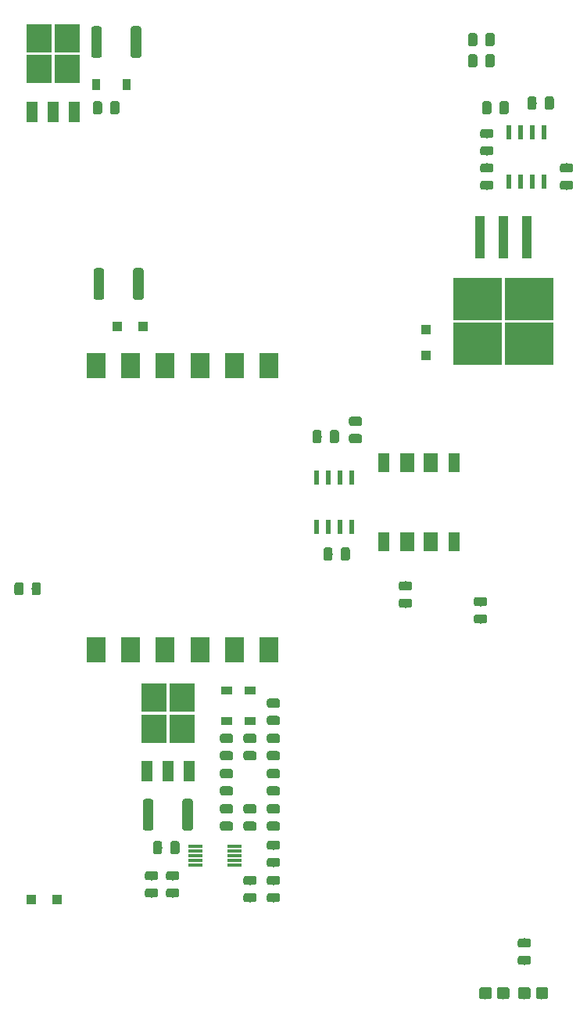
<source format=gbr>
G04 #@! TF.GenerationSoftware,KiCad,Pcbnew,5.0.2+dfsg1-1*
G04 #@! TF.CreationDate,2019-12-18T15:50:12+01:00*
G04 #@! TF.ProjectId,gausskanone,67617573-736b-4616-9e6f-6e652e6b6963,rev?*
G04 #@! TF.SameCoordinates,Original*
G04 #@! TF.FileFunction,Paste,Top*
G04 #@! TF.FilePolarity,Positive*
%FSLAX46Y46*%
G04 Gerber Fmt 4.6, Leading zero omitted, Abs format (unit mm)*
G04 Created by KiCad (PCBNEW 5.0.2+dfsg1-1) date Mi 18 Dez 2019 15:50:12 CET*
%MOMM*%
%LPD*%
G01*
G04 APERTURE LIST*
%ADD10C,0.100000*%
%ADD11C,0.975000*%
%ADD12C,1.125000*%
%ADD13R,1.200000X0.900000*%
%ADD14R,1.100000X1.100000*%
%ADD15R,0.900000X1.200000*%
%ADD16C,1.300000*%
%ADD17R,2.000000X2.750000*%
%ADD18R,2.750000X3.050000*%
%ADD19R,1.200000X2.200000*%
%ADD20R,5.250000X4.550000*%
%ADD21R,1.100000X4.600000*%
%ADD22R,0.600000X1.550000*%
%ADD23R,1.170000X2.000000*%
%ADD24R,1.520000X2.000000*%
%ADD25R,1.600000X0.300000*%
G04 APERTURE END LIST*
D10*
G04 #@! TO.C,R10*
G36*
X131622642Y-97968674D02*
X131646303Y-97972184D01*
X131669507Y-97977996D01*
X131692029Y-97986054D01*
X131713653Y-97996282D01*
X131734170Y-98008579D01*
X131753383Y-98022829D01*
X131771107Y-98038893D01*
X131787171Y-98056617D01*
X131801421Y-98075830D01*
X131813718Y-98096347D01*
X131823946Y-98117971D01*
X131832004Y-98140493D01*
X131837816Y-98163697D01*
X131841326Y-98187358D01*
X131842500Y-98211250D01*
X131842500Y-98698750D01*
X131841326Y-98722642D01*
X131837816Y-98746303D01*
X131832004Y-98769507D01*
X131823946Y-98792029D01*
X131813718Y-98813653D01*
X131801421Y-98834170D01*
X131787171Y-98853383D01*
X131771107Y-98871107D01*
X131753383Y-98887171D01*
X131734170Y-98901421D01*
X131713653Y-98913718D01*
X131692029Y-98923946D01*
X131669507Y-98932004D01*
X131646303Y-98937816D01*
X131622642Y-98941326D01*
X131598750Y-98942500D01*
X130686250Y-98942500D01*
X130662358Y-98941326D01*
X130638697Y-98937816D01*
X130615493Y-98932004D01*
X130592971Y-98923946D01*
X130571347Y-98913718D01*
X130550830Y-98901421D01*
X130531617Y-98887171D01*
X130513893Y-98871107D01*
X130497829Y-98853383D01*
X130483579Y-98834170D01*
X130471282Y-98813653D01*
X130461054Y-98792029D01*
X130452996Y-98769507D01*
X130447184Y-98746303D01*
X130443674Y-98722642D01*
X130442500Y-98698750D01*
X130442500Y-98211250D01*
X130443674Y-98187358D01*
X130447184Y-98163697D01*
X130452996Y-98140493D01*
X130461054Y-98117971D01*
X130471282Y-98096347D01*
X130483579Y-98075830D01*
X130497829Y-98056617D01*
X130513893Y-98038893D01*
X130531617Y-98022829D01*
X130550830Y-98008579D01*
X130571347Y-97996282D01*
X130592971Y-97986054D01*
X130615493Y-97977996D01*
X130638697Y-97972184D01*
X130662358Y-97968674D01*
X130686250Y-97967500D01*
X131598750Y-97967500D01*
X131622642Y-97968674D01*
X131622642Y-97968674D01*
G37*
D11*
X131142500Y-98455000D03*
D10*
G36*
X131622642Y-99843674D02*
X131646303Y-99847184D01*
X131669507Y-99852996D01*
X131692029Y-99861054D01*
X131713653Y-99871282D01*
X131734170Y-99883579D01*
X131753383Y-99897829D01*
X131771107Y-99913893D01*
X131787171Y-99931617D01*
X131801421Y-99950830D01*
X131813718Y-99971347D01*
X131823946Y-99992971D01*
X131832004Y-100015493D01*
X131837816Y-100038697D01*
X131841326Y-100062358D01*
X131842500Y-100086250D01*
X131842500Y-100573750D01*
X131841326Y-100597642D01*
X131837816Y-100621303D01*
X131832004Y-100644507D01*
X131823946Y-100667029D01*
X131813718Y-100688653D01*
X131801421Y-100709170D01*
X131787171Y-100728383D01*
X131771107Y-100746107D01*
X131753383Y-100762171D01*
X131734170Y-100776421D01*
X131713653Y-100788718D01*
X131692029Y-100798946D01*
X131669507Y-100807004D01*
X131646303Y-100812816D01*
X131622642Y-100816326D01*
X131598750Y-100817500D01*
X130686250Y-100817500D01*
X130662358Y-100816326D01*
X130638697Y-100812816D01*
X130615493Y-100807004D01*
X130592971Y-100798946D01*
X130571347Y-100788718D01*
X130550830Y-100776421D01*
X130531617Y-100762171D01*
X130513893Y-100746107D01*
X130497829Y-100728383D01*
X130483579Y-100709170D01*
X130471282Y-100688653D01*
X130461054Y-100667029D01*
X130452996Y-100644507D01*
X130447184Y-100621303D01*
X130443674Y-100597642D01*
X130442500Y-100573750D01*
X130442500Y-100086250D01*
X130443674Y-100062358D01*
X130447184Y-100038697D01*
X130452996Y-100015493D01*
X130461054Y-99992971D01*
X130471282Y-99971347D01*
X130483579Y-99950830D01*
X130497829Y-99931617D01*
X130513893Y-99913893D01*
X130531617Y-99897829D01*
X130550830Y-99883579D01*
X130571347Y-99871282D01*
X130592971Y-99861054D01*
X130615493Y-99852996D01*
X130638697Y-99847184D01*
X130662358Y-99843674D01*
X130686250Y-99842500D01*
X131598750Y-99842500D01*
X131622642Y-99843674D01*
X131622642Y-99843674D01*
G37*
D11*
X131142500Y-100330000D03*
G04 #@! TD*
D10*
G04 #@! TO.C,R3*
G36*
X102550505Y-64087204D02*
X102574773Y-64090804D01*
X102598572Y-64096765D01*
X102621671Y-64105030D01*
X102643850Y-64115520D01*
X102664893Y-64128132D01*
X102684599Y-64142747D01*
X102702777Y-64159223D01*
X102719253Y-64177401D01*
X102733868Y-64197107D01*
X102746480Y-64218150D01*
X102756970Y-64240329D01*
X102765235Y-64263428D01*
X102771196Y-64287227D01*
X102774796Y-64311495D01*
X102776000Y-64335999D01*
X102776000Y-67236001D01*
X102774796Y-67260505D01*
X102771196Y-67284773D01*
X102765235Y-67308572D01*
X102756970Y-67331671D01*
X102746480Y-67353850D01*
X102733868Y-67374893D01*
X102719253Y-67394599D01*
X102702777Y-67412777D01*
X102684599Y-67429253D01*
X102664893Y-67443868D01*
X102643850Y-67456480D01*
X102621671Y-67466970D01*
X102598572Y-67475235D01*
X102574773Y-67481196D01*
X102550505Y-67484796D01*
X102526001Y-67486000D01*
X101900999Y-67486000D01*
X101876495Y-67484796D01*
X101852227Y-67481196D01*
X101828428Y-67475235D01*
X101805329Y-67466970D01*
X101783150Y-67456480D01*
X101762107Y-67443868D01*
X101742401Y-67429253D01*
X101724223Y-67412777D01*
X101707747Y-67394599D01*
X101693132Y-67374893D01*
X101680520Y-67353850D01*
X101670030Y-67331671D01*
X101661765Y-67308572D01*
X101655804Y-67284773D01*
X101652204Y-67260505D01*
X101651000Y-67236001D01*
X101651000Y-64335999D01*
X101652204Y-64311495D01*
X101655804Y-64287227D01*
X101661765Y-64263428D01*
X101670030Y-64240329D01*
X101680520Y-64218150D01*
X101693132Y-64197107D01*
X101707747Y-64177401D01*
X101724223Y-64159223D01*
X101742401Y-64142747D01*
X101762107Y-64128132D01*
X101783150Y-64115520D01*
X101805329Y-64105030D01*
X101828428Y-64096765D01*
X101852227Y-64090804D01*
X101876495Y-64087204D01*
X101900999Y-64086000D01*
X102526001Y-64086000D01*
X102550505Y-64087204D01*
X102550505Y-64087204D01*
G37*
D12*
X102213500Y-65786000D03*
D10*
G36*
X98275505Y-64087204D02*
X98299773Y-64090804D01*
X98323572Y-64096765D01*
X98346671Y-64105030D01*
X98368850Y-64115520D01*
X98389893Y-64128132D01*
X98409599Y-64142747D01*
X98427777Y-64159223D01*
X98444253Y-64177401D01*
X98458868Y-64197107D01*
X98471480Y-64218150D01*
X98481970Y-64240329D01*
X98490235Y-64263428D01*
X98496196Y-64287227D01*
X98499796Y-64311495D01*
X98501000Y-64335999D01*
X98501000Y-67236001D01*
X98499796Y-67260505D01*
X98496196Y-67284773D01*
X98490235Y-67308572D01*
X98481970Y-67331671D01*
X98471480Y-67353850D01*
X98458868Y-67374893D01*
X98444253Y-67394599D01*
X98427777Y-67412777D01*
X98409599Y-67429253D01*
X98389893Y-67443868D01*
X98368850Y-67456480D01*
X98346671Y-67466970D01*
X98323572Y-67475235D01*
X98299773Y-67481196D01*
X98275505Y-67484796D01*
X98251001Y-67486000D01*
X97625999Y-67486000D01*
X97601495Y-67484796D01*
X97577227Y-67481196D01*
X97553428Y-67475235D01*
X97530329Y-67466970D01*
X97508150Y-67456480D01*
X97487107Y-67443868D01*
X97467401Y-67429253D01*
X97449223Y-67412777D01*
X97432747Y-67394599D01*
X97418132Y-67374893D01*
X97405520Y-67353850D01*
X97395030Y-67331671D01*
X97386765Y-67308572D01*
X97380804Y-67284773D01*
X97377204Y-67260505D01*
X97376000Y-67236001D01*
X97376000Y-64335999D01*
X97377204Y-64311495D01*
X97380804Y-64287227D01*
X97386765Y-64263428D01*
X97395030Y-64240329D01*
X97405520Y-64218150D01*
X97418132Y-64197107D01*
X97432747Y-64177401D01*
X97449223Y-64159223D01*
X97467401Y-64142747D01*
X97487107Y-64128132D01*
X97508150Y-64115520D01*
X97530329Y-64105030D01*
X97553428Y-64096765D01*
X97577227Y-64090804D01*
X97601495Y-64087204D01*
X97625999Y-64086000D01*
X98251001Y-64086000D01*
X98275505Y-64087204D01*
X98275505Y-64087204D01*
G37*
D12*
X97938500Y-65786000D03*
G04 #@! TD*
D13*
G04 #@! TO.C,D7*
X111760000Y-109730000D03*
X111760000Y-113030000D03*
G04 #@! TD*
D14*
G04 #@! TO.C,D4*
X90600000Y-132334000D03*
X93400000Y-132334000D03*
G04 #@! TD*
G04 #@! TO.C,D2*
X133350000Y-73536000D03*
X133350000Y-70736000D03*
G04 #@! TD*
G04 #@! TO.C,D3*
X102746000Y-70358000D03*
X99946000Y-70358000D03*
G04 #@! TD*
D10*
G04 #@! TO.C,C1*
G36*
X149070142Y-54631674D02*
X149093803Y-54635184D01*
X149117007Y-54640996D01*
X149139529Y-54649054D01*
X149161153Y-54659282D01*
X149181670Y-54671579D01*
X149200883Y-54685829D01*
X149218607Y-54701893D01*
X149234671Y-54719617D01*
X149248921Y-54738830D01*
X149261218Y-54759347D01*
X149271446Y-54780971D01*
X149279504Y-54803493D01*
X149285316Y-54826697D01*
X149288826Y-54850358D01*
X149290000Y-54874250D01*
X149290000Y-55361750D01*
X149288826Y-55385642D01*
X149285316Y-55409303D01*
X149279504Y-55432507D01*
X149271446Y-55455029D01*
X149261218Y-55476653D01*
X149248921Y-55497170D01*
X149234671Y-55516383D01*
X149218607Y-55534107D01*
X149200883Y-55550171D01*
X149181670Y-55564421D01*
X149161153Y-55576718D01*
X149139529Y-55586946D01*
X149117007Y-55595004D01*
X149093803Y-55600816D01*
X149070142Y-55604326D01*
X149046250Y-55605500D01*
X148133750Y-55605500D01*
X148109858Y-55604326D01*
X148086197Y-55600816D01*
X148062993Y-55595004D01*
X148040471Y-55586946D01*
X148018847Y-55576718D01*
X147998330Y-55564421D01*
X147979117Y-55550171D01*
X147961393Y-55534107D01*
X147945329Y-55516383D01*
X147931079Y-55497170D01*
X147918782Y-55476653D01*
X147908554Y-55455029D01*
X147900496Y-55432507D01*
X147894684Y-55409303D01*
X147891174Y-55385642D01*
X147890000Y-55361750D01*
X147890000Y-54874250D01*
X147891174Y-54850358D01*
X147894684Y-54826697D01*
X147900496Y-54803493D01*
X147908554Y-54780971D01*
X147918782Y-54759347D01*
X147931079Y-54738830D01*
X147945329Y-54719617D01*
X147961393Y-54701893D01*
X147979117Y-54685829D01*
X147998330Y-54671579D01*
X148018847Y-54659282D01*
X148040471Y-54649054D01*
X148062993Y-54640996D01*
X148086197Y-54635184D01*
X148109858Y-54631674D01*
X148133750Y-54630500D01*
X149046250Y-54630500D01*
X149070142Y-54631674D01*
X149070142Y-54631674D01*
G37*
D11*
X148590000Y-55118000D03*
D10*
G36*
X149070142Y-52756674D02*
X149093803Y-52760184D01*
X149117007Y-52765996D01*
X149139529Y-52774054D01*
X149161153Y-52784282D01*
X149181670Y-52796579D01*
X149200883Y-52810829D01*
X149218607Y-52826893D01*
X149234671Y-52844617D01*
X149248921Y-52863830D01*
X149261218Y-52884347D01*
X149271446Y-52905971D01*
X149279504Y-52928493D01*
X149285316Y-52951697D01*
X149288826Y-52975358D01*
X149290000Y-52999250D01*
X149290000Y-53486750D01*
X149288826Y-53510642D01*
X149285316Y-53534303D01*
X149279504Y-53557507D01*
X149271446Y-53580029D01*
X149261218Y-53601653D01*
X149248921Y-53622170D01*
X149234671Y-53641383D01*
X149218607Y-53659107D01*
X149200883Y-53675171D01*
X149181670Y-53689421D01*
X149161153Y-53701718D01*
X149139529Y-53711946D01*
X149117007Y-53720004D01*
X149093803Y-53725816D01*
X149070142Y-53729326D01*
X149046250Y-53730500D01*
X148133750Y-53730500D01*
X148109858Y-53729326D01*
X148086197Y-53725816D01*
X148062993Y-53720004D01*
X148040471Y-53711946D01*
X148018847Y-53701718D01*
X147998330Y-53689421D01*
X147979117Y-53675171D01*
X147961393Y-53659107D01*
X147945329Y-53641383D01*
X147931079Y-53622170D01*
X147918782Y-53601653D01*
X147908554Y-53580029D01*
X147900496Y-53557507D01*
X147894684Y-53534303D01*
X147891174Y-53510642D01*
X147890000Y-53486750D01*
X147890000Y-52999250D01*
X147891174Y-52975358D01*
X147894684Y-52951697D01*
X147900496Y-52928493D01*
X147908554Y-52905971D01*
X147918782Y-52884347D01*
X147931079Y-52863830D01*
X147945329Y-52844617D01*
X147961393Y-52826893D01*
X147979117Y-52810829D01*
X147998330Y-52796579D01*
X148018847Y-52784282D01*
X148040471Y-52774054D01*
X148062993Y-52765996D01*
X148086197Y-52760184D01*
X148109858Y-52756674D01*
X148133750Y-52755500D01*
X149046250Y-52755500D01*
X149070142Y-52756674D01*
X149070142Y-52756674D01*
G37*
D11*
X148590000Y-53243000D03*
G04 #@! TD*
D10*
G04 #@! TO.C,C3*
G36*
X145126142Y-45529174D02*
X145149803Y-45532684D01*
X145173007Y-45538496D01*
X145195529Y-45546554D01*
X145217153Y-45556782D01*
X145237670Y-45569079D01*
X145256883Y-45583329D01*
X145274607Y-45599393D01*
X145290671Y-45617117D01*
X145304921Y-45636330D01*
X145317218Y-45656847D01*
X145327446Y-45678471D01*
X145335504Y-45700993D01*
X145341316Y-45724197D01*
X145344826Y-45747858D01*
X145346000Y-45771750D01*
X145346000Y-46684250D01*
X145344826Y-46708142D01*
X145341316Y-46731803D01*
X145335504Y-46755007D01*
X145327446Y-46777529D01*
X145317218Y-46799153D01*
X145304921Y-46819670D01*
X145290671Y-46838883D01*
X145274607Y-46856607D01*
X145256883Y-46872671D01*
X145237670Y-46886921D01*
X145217153Y-46899218D01*
X145195529Y-46909446D01*
X145173007Y-46917504D01*
X145149803Y-46923316D01*
X145126142Y-46926826D01*
X145102250Y-46928000D01*
X144614750Y-46928000D01*
X144590858Y-46926826D01*
X144567197Y-46923316D01*
X144543993Y-46917504D01*
X144521471Y-46909446D01*
X144499847Y-46899218D01*
X144479330Y-46886921D01*
X144460117Y-46872671D01*
X144442393Y-46856607D01*
X144426329Y-46838883D01*
X144412079Y-46819670D01*
X144399782Y-46799153D01*
X144389554Y-46777529D01*
X144381496Y-46755007D01*
X144375684Y-46731803D01*
X144372174Y-46708142D01*
X144371000Y-46684250D01*
X144371000Y-45771750D01*
X144372174Y-45747858D01*
X144375684Y-45724197D01*
X144381496Y-45700993D01*
X144389554Y-45678471D01*
X144399782Y-45656847D01*
X144412079Y-45636330D01*
X144426329Y-45617117D01*
X144442393Y-45599393D01*
X144460117Y-45583329D01*
X144479330Y-45569079D01*
X144499847Y-45556782D01*
X144521471Y-45546554D01*
X144543993Y-45538496D01*
X144567197Y-45532684D01*
X144590858Y-45529174D01*
X144614750Y-45528000D01*
X145102250Y-45528000D01*
X145126142Y-45529174D01*
X145126142Y-45529174D01*
G37*
D11*
X144858500Y-46228000D03*
D10*
G36*
X147001142Y-45529174D02*
X147024803Y-45532684D01*
X147048007Y-45538496D01*
X147070529Y-45546554D01*
X147092153Y-45556782D01*
X147112670Y-45569079D01*
X147131883Y-45583329D01*
X147149607Y-45599393D01*
X147165671Y-45617117D01*
X147179921Y-45636330D01*
X147192218Y-45656847D01*
X147202446Y-45678471D01*
X147210504Y-45700993D01*
X147216316Y-45724197D01*
X147219826Y-45747858D01*
X147221000Y-45771750D01*
X147221000Y-46684250D01*
X147219826Y-46708142D01*
X147216316Y-46731803D01*
X147210504Y-46755007D01*
X147202446Y-46777529D01*
X147192218Y-46799153D01*
X147179921Y-46819670D01*
X147165671Y-46838883D01*
X147149607Y-46856607D01*
X147131883Y-46872671D01*
X147112670Y-46886921D01*
X147092153Y-46899218D01*
X147070529Y-46909446D01*
X147048007Y-46917504D01*
X147024803Y-46923316D01*
X147001142Y-46926826D01*
X146977250Y-46928000D01*
X146489750Y-46928000D01*
X146465858Y-46926826D01*
X146442197Y-46923316D01*
X146418993Y-46917504D01*
X146396471Y-46909446D01*
X146374847Y-46899218D01*
X146354330Y-46886921D01*
X146335117Y-46872671D01*
X146317393Y-46856607D01*
X146301329Y-46838883D01*
X146287079Y-46819670D01*
X146274782Y-46799153D01*
X146264554Y-46777529D01*
X146256496Y-46755007D01*
X146250684Y-46731803D01*
X146247174Y-46708142D01*
X146246000Y-46684250D01*
X146246000Y-45771750D01*
X146247174Y-45747858D01*
X146250684Y-45724197D01*
X146256496Y-45700993D01*
X146264554Y-45678471D01*
X146274782Y-45656847D01*
X146287079Y-45636330D01*
X146301329Y-45617117D01*
X146317393Y-45599393D01*
X146335117Y-45583329D01*
X146354330Y-45569079D01*
X146374847Y-45556782D01*
X146396471Y-45546554D01*
X146418993Y-45538496D01*
X146442197Y-45532684D01*
X146465858Y-45529174D01*
X146489750Y-45528000D01*
X146977250Y-45528000D01*
X147001142Y-45529174D01*
X147001142Y-45529174D01*
G37*
D11*
X146733500Y-46228000D03*
G04 #@! TD*
D10*
G04 #@! TO.C,C4*
G36*
X140434142Y-50918674D02*
X140457803Y-50922184D01*
X140481007Y-50927996D01*
X140503529Y-50936054D01*
X140525153Y-50946282D01*
X140545670Y-50958579D01*
X140564883Y-50972829D01*
X140582607Y-50988893D01*
X140598671Y-51006617D01*
X140612921Y-51025830D01*
X140625218Y-51046347D01*
X140635446Y-51067971D01*
X140643504Y-51090493D01*
X140649316Y-51113697D01*
X140652826Y-51137358D01*
X140654000Y-51161250D01*
X140654000Y-51648750D01*
X140652826Y-51672642D01*
X140649316Y-51696303D01*
X140643504Y-51719507D01*
X140635446Y-51742029D01*
X140625218Y-51763653D01*
X140612921Y-51784170D01*
X140598671Y-51803383D01*
X140582607Y-51821107D01*
X140564883Y-51837171D01*
X140545670Y-51851421D01*
X140525153Y-51863718D01*
X140503529Y-51873946D01*
X140481007Y-51882004D01*
X140457803Y-51887816D01*
X140434142Y-51891326D01*
X140410250Y-51892500D01*
X139497750Y-51892500D01*
X139473858Y-51891326D01*
X139450197Y-51887816D01*
X139426993Y-51882004D01*
X139404471Y-51873946D01*
X139382847Y-51863718D01*
X139362330Y-51851421D01*
X139343117Y-51837171D01*
X139325393Y-51821107D01*
X139309329Y-51803383D01*
X139295079Y-51784170D01*
X139282782Y-51763653D01*
X139272554Y-51742029D01*
X139264496Y-51719507D01*
X139258684Y-51696303D01*
X139255174Y-51672642D01*
X139254000Y-51648750D01*
X139254000Y-51161250D01*
X139255174Y-51137358D01*
X139258684Y-51113697D01*
X139264496Y-51090493D01*
X139272554Y-51067971D01*
X139282782Y-51046347D01*
X139295079Y-51025830D01*
X139309329Y-51006617D01*
X139325393Y-50988893D01*
X139343117Y-50972829D01*
X139362330Y-50958579D01*
X139382847Y-50946282D01*
X139404471Y-50936054D01*
X139426993Y-50927996D01*
X139450197Y-50922184D01*
X139473858Y-50918674D01*
X139497750Y-50917500D01*
X140410250Y-50917500D01*
X140434142Y-50918674D01*
X140434142Y-50918674D01*
G37*
D11*
X139954000Y-51405000D03*
D10*
G36*
X140434142Y-49043674D02*
X140457803Y-49047184D01*
X140481007Y-49052996D01*
X140503529Y-49061054D01*
X140525153Y-49071282D01*
X140545670Y-49083579D01*
X140564883Y-49097829D01*
X140582607Y-49113893D01*
X140598671Y-49131617D01*
X140612921Y-49150830D01*
X140625218Y-49171347D01*
X140635446Y-49192971D01*
X140643504Y-49215493D01*
X140649316Y-49238697D01*
X140652826Y-49262358D01*
X140654000Y-49286250D01*
X140654000Y-49773750D01*
X140652826Y-49797642D01*
X140649316Y-49821303D01*
X140643504Y-49844507D01*
X140635446Y-49867029D01*
X140625218Y-49888653D01*
X140612921Y-49909170D01*
X140598671Y-49928383D01*
X140582607Y-49946107D01*
X140564883Y-49962171D01*
X140545670Y-49976421D01*
X140525153Y-49988718D01*
X140503529Y-49998946D01*
X140481007Y-50007004D01*
X140457803Y-50012816D01*
X140434142Y-50016326D01*
X140410250Y-50017500D01*
X139497750Y-50017500D01*
X139473858Y-50016326D01*
X139450197Y-50012816D01*
X139426993Y-50007004D01*
X139404471Y-49998946D01*
X139382847Y-49988718D01*
X139362330Y-49976421D01*
X139343117Y-49962171D01*
X139325393Y-49946107D01*
X139309329Y-49928383D01*
X139295079Y-49909170D01*
X139282782Y-49888653D01*
X139272554Y-49867029D01*
X139264496Y-49844507D01*
X139258684Y-49821303D01*
X139255174Y-49797642D01*
X139254000Y-49773750D01*
X139254000Y-49286250D01*
X139255174Y-49262358D01*
X139258684Y-49238697D01*
X139264496Y-49215493D01*
X139272554Y-49192971D01*
X139282782Y-49171347D01*
X139295079Y-49150830D01*
X139309329Y-49131617D01*
X139325393Y-49113893D01*
X139343117Y-49097829D01*
X139362330Y-49083579D01*
X139382847Y-49071282D01*
X139404471Y-49061054D01*
X139426993Y-49052996D01*
X139450197Y-49047184D01*
X139473858Y-49043674D01*
X139497750Y-49042500D01*
X140410250Y-49042500D01*
X140434142Y-49043674D01*
X140434142Y-49043674D01*
G37*
D11*
X139954000Y-49530000D03*
G04 #@! TD*
D10*
G04 #@! TO.C,C5*
G36*
X123711642Y-81597174D02*
X123735303Y-81600684D01*
X123758507Y-81606496D01*
X123781029Y-81614554D01*
X123802653Y-81624782D01*
X123823170Y-81637079D01*
X123842383Y-81651329D01*
X123860107Y-81667393D01*
X123876171Y-81685117D01*
X123890421Y-81704330D01*
X123902718Y-81724847D01*
X123912946Y-81746471D01*
X123921004Y-81768993D01*
X123926816Y-81792197D01*
X123930326Y-81815858D01*
X123931500Y-81839750D01*
X123931500Y-82752250D01*
X123930326Y-82776142D01*
X123926816Y-82799803D01*
X123921004Y-82823007D01*
X123912946Y-82845529D01*
X123902718Y-82867153D01*
X123890421Y-82887670D01*
X123876171Y-82906883D01*
X123860107Y-82924607D01*
X123842383Y-82940671D01*
X123823170Y-82954921D01*
X123802653Y-82967218D01*
X123781029Y-82977446D01*
X123758507Y-82985504D01*
X123735303Y-82991316D01*
X123711642Y-82994826D01*
X123687750Y-82996000D01*
X123200250Y-82996000D01*
X123176358Y-82994826D01*
X123152697Y-82991316D01*
X123129493Y-82985504D01*
X123106971Y-82977446D01*
X123085347Y-82967218D01*
X123064830Y-82954921D01*
X123045617Y-82940671D01*
X123027893Y-82924607D01*
X123011829Y-82906883D01*
X122997579Y-82887670D01*
X122985282Y-82867153D01*
X122975054Y-82845529D01*
X122966996Y-82823007D01*
X122961184Y-82799803D01*
X122957674Y-82776142D01*
X122956500Y-82752250D01*
X122956500Y-81839750D01*
X122957674Y-81815858D01*
X122961184Y-81792197D01*
X122966996Y-81768993D01*
X122975054Y-81746471D01*
X122985282Y-81724847D01*
X122997579Y-81704330D01*
X123011829Y-81685117D01*
X123027893Y-81667393D01*
X123045617Y-81651329D01*
X123064830Y-81637079D01*
X123085347Y-81624782D01*
X123106971Y-81614554D01*
X123129493Y-81606496D01*
X123152697Y-81600684D01*
X123176358Y-81597174D01*
X123200250Y-81596000D01*
X123687750Y-81596000D01*
X123711642Y-81597174D01*
X123711642Y-81597174D01*
G37*
D11*
X123444000Y-82296000D03*
D10*
G36*
X121836642Y-81597174D02*
X121860303Y-81600684D01*
X121883507Y-81606496D01*
X121906029Y-81614554D01*
X121927653Y-81624782D01*
X121948170Y-81637079D01*
X121967383Y-81651329D01*
X121985107Y-81667393D01*
X122001171Y-81685117D01*
X122015421Y-81704330D01*
X122027718Y-81724847D01*
X122037946Y-81746471D01*
X122046004Y-81768993D01*
X122051816Y-81792197D01*
X122055326Y-81815858D01*
X122056500Y-81839750D01*
X122056500Y-82752250D01*
X122055326Y-82776142D01*
X122051816Y-82799803D01*
X122046004Y-82823007D01*
X122037946Y-82845529D01*
X122027718Y-82867153D01*
X122015421Y-82887670D01*
X122001171Y-82906883D01*
X121985107Y-82924607D01*
X121967383Y-82940671D01*
X121948170Y-82954921D01*
X121927653Y-82967218D01*
X121906029Y-82977446D01*
X121883507Y-82985504D01*
X121860303Y-82991316D01*
X121836642Y-82994826D01*
X121812750Y-82996000D01*
X121325250Y-82996000D01*
X121301358Y-82994826D01*
X121277697Y-82991316D01*
X121254493Y-82985504D01*
X121231971Y-82977446D01*
X121210347Y-82967218D01*
X121189830Y-82954921D01*
X121170617Y-82940671D01*
X121152893Y-82924607D01*
X121136829Y-82906883D01*
X121122579Y-82887670D01*
X121110282Y-82867153D01*
X121100054Y-82845529D01*
X121091996Y-82823007D01*
X121086184Y-82799803D01*
X121082674Y-82776142D01*
X121081500Y-82752250D01*
X121081500Y-81839750D01*
X121082674Y-81815858D01*
X121086184Y-81792197D01*
X121091996Y-81768993D01*
X121100054Y-81746471D01*
X121110282Y-81724847D01*
X121122579Y-81704330D01*
X121136829Y-81685117D01*
X121152893Y-81667393D01*
X121170617Y-81651329D01*
X121189830Y-81637079D01*
X121210347Y-81624782D01*
X121231971Y-81614554D01*
X121254493Y-81606496D01*
X121277697Y-81600684D01*
X121301358Y-81597174D01*
X121325250Y-81596000D01*
X121812750Y-81596000D01*
X121836642Y-81597174D01*
X121836642Y-81597174D01*
G37*
D11*
X121569000Y-82296000D03*
G04 #@! TD*
D10*
G04 #@! TO.C,C9*
G36*
X89547642Y-98072174D02*
X89571303Y-98075684D01*
X89594507Y-98081496D01*
X89617029Y-98089554D01*
X89638653Y-98099782D01*
X89659170Y-98112079D01*
X89678383Y-98126329D01*
X89696107Y-98142393D01*
X89712171Y-98160117D01*
X89726421Y-98179330D01*
X89738718Y-98199847D01*
X89748946Y-98221471D01*
X89757004Y-98243993D01*
X89762816Y-98267197D01*
X89766326Y-98290858D01*
X89767500Y-98314750D01*
X89767500Y-99227250D01*
X89766326Y-99251142D01*
X89762816Y-99274803D01*
X89757004Y-99298007D01*
X89748946Y-99320529D01*
X89738718Y-99342153D01*
X89726421Y-99362670D01*
X89712171Y-99381883D01*
X89696107Y-99399607D01*
X89678383Y-99415671D01*
X89659170Y-99429921D01*
X89638653Y-99442218D01*
X89617029Y-99452446D01*
X89594507Y-99460504D01*
X89571303Y-99466316D01*
X89547642Y-99469826D01*
X89523750Y-99471000D01*
X89036250Y-99471000D01*
X89012358Y-99469826D01*
X88988697Y-99466316D01*
X88965493Y-99460504D01*
X88942971Y-99452446D01*
X88921347Y-99442218D01*
X88900830Y-99429921D01*
X88881617Y-99415671D01*
X88863893Y-99399607D01*
X88847829Y-99381883D01*
X88833579Y-99362670D01*
X88821282Y-99342153D01*
X88811054Y-99320529D01*
X88802996Y-99298007D01*
X88797184Y-99274803D01*
X88793674Y-99251142D01*
X88792500Y-99227250D01*
X88792500Y-98314750D01*
X88793674Y-98290858D01*
X88797184Y-98267197D01*
X88802996Y-98243993D01*
X88811054Y-98221471D01*
X88821282Y-98199847D01*
X88833579Y-98179330D01*
X88847829Y-98160117D01*
X88863893Y-98142393D01*
X88881617Y-98126329D01*
X88900830Y-98112079D01*
X88921347Y-98099782D01*
X88942971Y-98089554D01*
X88965493Y-98081496D01*
X88988697Y-98075684D01*
X89012358Y-98072174D01*
X89036250Y-98071000D01*
X89523750Y-98071000D01*
X89547642Y-98072174D01*
X89547642Y-98072174D01*
G37*
D11*
X89280000Y-98771000D03*
D10*
G36*
X91422642Y-98072174D02*
X91446303Y-98075684D01*
X91469507Y-98081496D01*
X91492029Y-98089554D01*
X91513653Y-98099782D01*
X91534170Y-98112079D01*
X91553383Y-98126329D01*
X91571107Y-98142393D01*
X91587171Y-98160117D01*
X91601421Y-98179330D01*
X91613718Y-98199847D01*
X91623946Y-98221471D01*
X91632004Y-98243993D01*
X91637816Y-98267197D01*
X91641326Y-98290858D01*
X91642500Y-98314750D01*
X91642500Y-99227250D01*
X91641326Y-99251142D01*
X91637816Y-99274803D01*
X91632004Y-99298007D01*
X91623946Y-99320529D01*
X91613718Y-99342153D01*
X91601421Y-99362670D01*
X91587171Y-99381883D01*
X91571107Y-99399607D01*
X91553383Y-99415671D01*
X91534170Y-99429921D01*
X91513653Y-99442218D01*
X91492029Y-99452446D01*
X91469507Y-99460504D01*
X91446303Y-99466316D01*
X91422642Y-99469826D01*
X91398750Y-99471000D01*
X90911250Y-99471000D01*
X90887358Y-99469826D01*
X90863697Y-99466316D01*
X90840493Y-99460504D01*
X90817971Y-99452446D01*
X90796347Y-99442218D01*
X90775830Y-99429921D01*
X90756617Y-99415671D01*
X90738893Y-99399607D01*
X90722829Y-99381883D01*
X90708579Y-99362670D01*
X90696282Y-99342153D01*
X90686054Y-99320529D01*
X90677996Y-99298007D01*
X90672184Y-99274803D01*
X90668674Y-99251142D01*
X90667500Y-99227250D01*
X90667500Y-98314750D01*
X90668674Y-98290858D01*
X90672184Y-98267197D01*
X90677996Y-98243993D01*
X90686054Y-98221471D01*
X90696282Y-98199847D01*
X90708579Y-98179330D01*
X90722829Y-98160117D01*
X90738893Y-98142393D01*
X90756617Y-98126329D01*
X90775830Y-98112079D01*
X90796347Y-98099782D01*
X90817971Y-98089554D01*
X90840493Y-98081496D01*
X90863697Y-98075684D01*
X90887358Y-98072174D01*
X90911250Y-98071000D01*
X91398750Y-98071000D01*
X91422642Y-98072174D01*
X91422642Y-98072174D01*
G37*
D11*
X91155000Y-98771000D03*
G04 #@! TD*
D10*
G04 #@! TO.C,C10*
G36*
X117320142Y-131690674D02*
X117343803Y-131694184D01*
X117367007Y-131699996D01*
X117389529Y-131708054D01*
X117411153Y-131718282D01*
X117431670Y-131730579D01*
X117450883Y-131744829D01*
X117468607Y-131760893D01*
X117484671Y-131778617D01*
X117498921Y-131797830D01*
X117511218Y-131818347D01*
X117521446Y-131839971D01*
X117529504Y-131862493D01*
X117535316Y-131885697D01*
X117538826Y-131909358D01*
X117540000Y-131933250D01*
X117540000Y-132420750D01*
X117538826Y-132444642D01*
X117535316Y-132468303D01*
X117529504Y-132491507D01*
X117521446Y-132514029D01*
X117511218Y-132535653D01*
X117498921Y-132556170D01*
X117484671Y-132575383D01*
X117468607Y-132593107D01*
X117450883Y-132609171D01*
X117431670Y-132623421D01*
X117411153Y-132635718D01*
X117389529Y-132645946D01*
X117367007Y-132654004D01*
X117343803Y-132659816D01*
X117320142Y-132663326D01*
X117296250Y-132664500D01*
X116383750Y-132664500D01*
X116359858Y-132663326D01*
X116336197Y-132659816D01*
X116312993Y-132654004D01*
X116290471Y-132645946D01*
X116268847Y-132635718D01*
X116248330Y-132623421D01*
X116229117Y-132609171D01*
X116211393Y-132593107D01*
X116195329Y-132575383D01*
X116181079Y-132556170D01*
X116168782Y-132535653D01*
X116158554Y-132514029D01*
X116150496Y-132491507D01*
X116144684Y-132468303D01*
X116141174Y-132444642D01*
X116140000Y-132420750D01*
X116140000Y-131933250D01*
X116141174Y-131909358D01*
X116144684Y-131885697D01*
X116150496Y-131862493D01*
X116158554Y-131839971D01*
X116168782Y-131818347D01*
X116181079Y-131797830D01*
X116195329Y-131778617D01*
X116211393Y-131760893D01*
X116229117Y-131744829D01*
X116248330Y-131730579D01*
X116268847Y-131718282D01*
X116290471Y-131708054D01*
X116312993Y-131699996D01*
X116336197Y-131694184D01*
X116359858Y-131690674D01*
X116383750Y-131689500D01*
X117296250Y-131689500D01*
X117320142Y-131690674D01*
X117320142Y-131690674D01*
G37*
D11*
X116840000Y-132177000D03*
D10*
G36*
X117320142Y-129815674D02*
X117343803Y-129819184D01*
X117367007Y-129824996D01*
X117389529Y-129833054D01*
X117411153Y-129843282D01*
X117431670Y-129855579D01*
X117450883Y-129869829D01*
X117468607Y-129885893D01*
X117484671Y-129903617D01*
X117498921Y-129922830D01*
X117511218Y-129943347D01*
X117521446Y-129964971D01*
X117529504Y-129987493D01*
X117535316Y-130010697D01*
X117538826Y-130034358D01*
X117540000Y-130058250D01*
X117540000Y-130545750D01*
X117538826Y-130569642D01*
X117535316Y-130593303D01*
X117529504Y-130616507D01*
X117521446Y-130639029D01*
X117511218Y-130660653D01*
X117498921Y-130681170D01*
X117484671Y-130700383D01*
X117468607Y-130718107D01*
X117450883Y-130734171D01*
X117431670Y-130748421D01*
X117411153Y-130760718D01*
X117389529Y-130770946D01*
X117367007Y-130779004D01*
X117343803Y-130784816D01*
X117320142Y-130788326D01*
X117296250Y-130789500D01*
X116383750Y-130789500D01*
X116359858Y-130788326D01*
X116336197Y-130784816D01*
X116312993Y-130779004D01*
X116290471Y-130770946D01*
X116268847Y-130760718D01*
X116248330Y-130748421D01*
X116229117Y-130734171D01*
X116211393Y-130718107D01*
X116195329Y-130700383D01*
X116181079Y-130681170D01*
X116168782Y-130660653D01*
X116158554Y-130639029D01*
X116150496Y-130616507D01*
X116144684Y-130593303D01*
X116141174Y-130569642D01*
X116140000Y-130545750D01*
X116140000Y-130058250D01*
X116141174Y-130034358D01*
X116144684Y-130010697D01*
X116150496Y-129987493D01*
X116158554Y-129964971D01*
X116168782Y-129943347D01*
X116181079Y-129922830D01*
X116195329Y-129903617D01*
X116211393Y-129885893D01*
X116229117Y-129869829D01*
X116248330Y-129855579D01*
X116268847Y-129843282D01*
X116290471Y-129833054D01*
X116312993Y-129824996D01*
X116336197Y-129819184D01*
X116359858Y-129815674D01*
X116383750Y-129814500D01*
X117296250Y-129814500D01*
X117320142Y-129815674D01*
X117320142Y-129815674D01*
G37*
D11*
X116840000Y-130302000D03*
G04 #@! TD*
D10*
G04 #@! TO.C,C11*
G36*
X117320142Y-127880674D02*
X117343803Y-127884184D01*
X117367007Y-127889996D01*
X117389529Y-127898054D01*
X117411153Y-127908282D01*
X117431670Y-127920579D01*
X117450883Y-127934829D01*
X117468607Y-127950893D01*
X117484671Y-127968617D01*
X117498921Y-127987830D01*
X117511218Y-128008347D01*
X117521446Y-128029971D01*
X117529504Y-128052493D01*
X117535316Y-128075697D01*
X117538826Y-128099358D01*
X117540000Y-128123250D01*
X117540000Y-128610750D01*
X117538826Y-128634642D01*
X117535316Y-128658303D01*
X117529504Y-128681507D01*
X117521446Y-128704029D01*
X117511218Y-128725653D01*
X117498921Y-128746170D01*
X117484671Y-128765383D01*
X117468607Y-128783107D01*
X117450883Y-128799171D01*
X117431670Y-128813421D01*
X117411153Y-128825718D01*
X117389529Y-128835946D01*
X117367007Y-128844004D01*
X117343803Y-128849816D01*
X117320142Y-128853326D01*
X117296250Y-128854500D01*
X116383750Y-128854500D01*
X116359858Y-128853326D01*
X116336197Y-128849816D01*
X116312993Y-128844004D01*
X116290471Y-128835946D01*
X116268847Y-128825718D01*
X116248330Y-128813421D01*
X116229117Y-128799171D01*
X116211393Y-128783107D01*
X116195329Y-128765383D01*
X116181079Y-128746170D01*
X116168782Y-128725653D01*
X116158554Y-128704029D01*
X116150496Y-128681507D01*
X116144684Y-128658303D01*
X116141174Y-128634642D01*
X116140000Y-128610750D01*
X116140000Y-128123250D01*
X116141174Y-128099358D01*
X116144684Y-128075697D01*
X116150496Y-128052493D01*
X116158554Y-128029971D01*
X116168782Y-128008347D01*
X116181079Y-127987830D01*
X116195329Y-127968617D01*
X116211393Y-127950893D01*
X116229117Y-127934829D01*
X116248330Y-127920579D01*
X116268847Y-127908282D01*
X116290471Y-127898054D01*
X116312993Y-127889996D01*
X116336197Y-127884184D01*
X116359858Y-127880674D01*
X116383750Y-127879500D01*
X117296250Y-127879500D01*
X117320142Y-127880674D01*
X117320142Y-127880674D01*
G37*
D11*
X116840000Y-128367000D03*
D10*
G36*
X117320142Y-126005674D02*
X117343803Y-126009184D01*
X117367007Y-126014996D01*
X117389529Y-126023054D01*
X117411153Y-126033282D01*
X117431670Y-126045579D01*
X117450883Y-126059829D01*
X117468607Y-126075893D01*
X117484671Y-126093617D01*
X117498921Y-126112830D01*
X117511218Y-126133347D01*
X117521446Y-126154971D01*
X117529504Y-126177493D01*
X117535316Y-126200697D01*
X117538826Y-126224358D01*
X117540000Y-126248250D01*
X117540000Y-126735750D01*
X117538826Y-126759642D01*
X117535316Y-126783303D01*
X117529504Y-126806507D01*
X117521446Y-126829029D01*
X117511218Y-126850653D01*
X117498921Y-126871170D01*
X117484671Y-126890383D01*
X117468607Y-126908107D01*
X117450883Y-126924171D01*
X117431670Y-126938421D01*
X117411153Y-126950718D01*
X117389529Y-126960946D01*
X117367007Y-126969004D01*
X117343803Y-126974816D01*
X117320142Y-126978326D01*
X117296250Y-126979500D01*
X116383750Y-126979500D01*
X116359858Y-126978326D01*
X116336197Y-126974816D01*
X116312993Y-126969004D01*
X116290471Y-126960946D01*
X116268847Y-126950718D01*
X116248330Y-126938421D01*
X116229117Y-126924171D01*
X116211393Y-126908107D01*
X116195329Y-126890383D01*
X116181079Y-126871170D01*
X116168782Y-126850653D01*
X116158554Y-126829029D01*
X116150496Y-126806507D01*
X116144684Y-126783303D01*
X116141174Y-126759642D01*
X116140000Y-126735750D01*
X116140000Y-126248250D01*
X116141174Y-126224358D01*
X116144684Y-126200697D01*
X116150496Y-126177493D01*
X116158554Y-126154971D01*
X116168782Y-126133347D01*
X116181079Y-126112830D01*
X116195329Y-126093617D01*
X116211393Y-126075893D01*
X116229117Y-126059829D01*
X116248330Y-126045579D01*
X116268847Y-126033282D01*
X116290471Y-126023054D01*
X116312993Y-126014996D01*
X116336197Y-126009184D01*
X116359858Y-126005674D01*
X116383750Y-126004500D01*
X117296250Y-126004500D01*
X117320142Y-126005674D01*
X117320142Y-126005674D01*
G37*
D11*
X116840000Y-126492000D03*
G04 #@! TD*
D10*
G04 #@! TO.C,C12*
G36*
X104112142Y-131182674D02*
X104135803Y-131186184D01*
X104159007Y-131191996D01*
X104181529Y-131200054D01*
X104203153Y-131210282D01*
X104223670Y-131222579D01*
X104242883Y-131236829D01*
X104260607Y-131252893D01*
X104276671Y-131270617D01*
X104290921Y-131289830D01*
X104303218Y-131310347D01*
X104313446Y-131331971D01*
X104321504Y-131354493D01*
X104327316Y-131377697D01*
X104330826Y-131401358D01*
X104332000Y-131425250D01*
X104332000Y-131912750D01*
X104330826Y-131936642D01*
X104327316Y-131960303D01*
X104321504Y-131983507D01*
X104313446Y-132006029D01*
X104303218Y-132027653D01*
X104290921Y-132048170D01*
X104276671Y-132067383D01*
X104260607Y-132085107D01*
X104242883Y-132101171D01*
X104223670Y-132115421D01*
X104203153Y-132127718D01*
X104181529Y-132137946D01*
X104159007Y-132146004D01*
X104135803Y-132151816D01*
X104112142Y-132155326D01*
X104088250Y-132156500D01*
X103175750Y-132156500D01*
X103151858Y-132155326D01*
X103128197Y-132151816D01*
X103104993Y-132146004D01*
X103082471Y-132137946D01*
X103060847Y-132127718D01*
X103040330Y-132115421D01*
X103021117Y-132101171D01*
X103003393Y-132085107D01*
X102987329Y-132067383D01*
X102973079Y-132048170D01*
X102960782Y-132027653D01*
X102950554Y-132006029D01*
X102942496Y-131983507D01*
X102936684Y-131960303D01*
X102933174Y-131936642D01*
X102932000Y-131912750D01*
X102932000Y-131425250D01*
X102933174Y-131401358D01*
X102936684Y-131377697D01*
X102942496Y-131354493D01*
X102950554Y-131331971D01*
X102960782Y-131310347D01*
X102973079Y-131289830D01*
X102987329Y-131270617D01*
X103003393Y-131252893D01*
X103021117Y-131236829D01*
X103040330Y-131222579D01*
X103060847Y-131210282D01*
X103082471Y-131200054D01*
X103104993Y-131191996D01*
X103128197Y-131186184D01*
X103151858Y-131182674D01*
X103175750Y-131181500D01*
X104088250Y-131181500D01*
X104112142Y-131182674D01*
X104112142Y-131182674D01*
G37*
D11*
X103632000Y-131669000D03*
D10*
G36*
X104112142Y-129307674D02*
X104135803Y-129311184D01*
X104159007Y-129316996D01*
X104181529Y-129325054D01*
X104203153Y-129335282D01*
X104223670Y-129347579D01*
X104242883Y-129361829D01*
X104260607Y-129377893D01*
X104276671Y-129395617D01*
X104290921Y-129414830D01*
X104303218Y-129435347D01*
X104313446Y-129456971D01*
X104321504Y-129479493D01*
X104327316Y-129502697D01*
X104330826Y-129526358D01*
X104332000Y-129550250D01*
X104332000Y-130037750D01*
X104330826Y-130061642D01*
X104327316Y-130085303D01*
X104321504Y-130108507D01*
X104313446Y-130131029D01*
X104303218Y-130152653D01*
X104290921Y-130173170D01*
X104276671Y-130192383D01*
X104260607Y-130210107D01*
X104242883Y-130226171D01*
X104223670Y-130240421D01*
X104203153Y-130252718D01*
X104181529Y-130262946D01*
X104159007Y-130271004D01*
X104135803Y-130276816D01*
X104112142Y-130280326D01*
X104088250Y-130281500D01*
X103175750Y-130281500D01*
X103151858Y-130280326D01*
X103128197Y-130276816D01*
X103104993Y-130271004D01*
X103082471Y-130262946D01*
X103060847Y-130252718D01*
X103040330Y-130240421D01*
X103021117Y-130226171D01*
X103003393Y-130210107D01*
X102987329Y-130192383D01*
X102973079Y-130173170D01*
X102960782Y-130152653D01*
X102950554Y-130131029D01*
X102942496Y-130108507D01*
X102936684Y-130085303D01*
X102933174Y-130061642D01*
X102932000Y-130037750D01*
X102932000Y-129550250D01*
X102933174Y-129526358D01*
X102936684Y-129502697D01*
X102942496Y-129479493D01*
X102950554Y-129456971D01*
X102960782Y-129435347D01*
X102973079Y-129414830D01*
X102987329Y-129395617D01*
X103003393Y-129377893D01*
X103021117Y-129361829D01*
X103040330Y-129347579D01*
X103060847Y-129335282D01*
X103082471Y-129325054D01*
X103104993Y-129316996D01*
X103128197Y-129311184D01*
X103151858Y-129307674D01*
X103175750Y-129306500D01*
X104088250Y-129306500D01*
X104112142Y-129307674D01*
X104112142Y-129307674D01*
G37*
D11*
X103632000Y-129794000D03*
G04 #@! TD*
D10*
G04 #@! TO.C,C13*
G36*
X106398142Y-131182674D02*
X106421803Y-131186184D01*
X106445007Y-131191996D01*
X106467529Y-131200054D01*
X106489153Y-131210282D01*
X106509670Y-131222579D01*
X106528883Y-131236829D01*
X106546607Y-131252893D01*
X106562671Y-131270617D01*
X106576921Y-131289830D01*
X106589218Y-131310347D01*
X106599446Y-131331971D01*
X106607504Y-131354493D01*
X106613316Y-131377697D01*
X106616826Y-131401358D01*
X106618000Y-131425250D01*
X106618000Y-131912750D01*
X106616826Y-131936642D01*
X106613316Y-131960303D01*
X106607504Y-131983507D01*
X106599446Y-132006029D01*
X106589218Y-132027653D01*
X106576921Y-132048170D01*
X106562671Y-132067383D01*
X106546607Y-132085107D01*
X106528883Y-132101171D01*
X106509670Y-132115421D01*
X106489153Y-132127718D01*
X106467529Y-132137946D01*
X106445007Y-132146004D01*
X106421803Y-132151816D01*
X106398142Y-132155326D01*
X106374250Y-132156500D01*
X105461750Y-132156500D01*
X105437858Y-132155326D01*
X105414197Y-132151816D01*
X105390993Y-132146004D01*
X105368471Y-132137946D01*
X105346847Y-132127718D01*
X105326330Y-132115421D01*
X105307117Y-132101171D01*
X105289393Y-132085107D01*
X105273329Y-132067383D01*
X105259079Y-132048170D01*
X105246782Y-132027653D01*
X105236554Y-132006029D01*
X105228496Y-131983507D01*
X105222684Y-131960303D01*
X105219174Y-131936642D01*
X105218000Y-131912750D01*
X105218000Y-131425250D01*
X105219174Y-131401358D01*
X105222684Y-131377697D01*
X105228496Y-131354493D01*
X105236554Y-131331971D01*
X105246782Y-131310347D01*
X105259079Y-131289830D01*
X105273329Y-131270617D01*
X105289393Y-131252893D01*
X105307117Y-131236829D01*
X105326330Y-131222579D01*
X105346847Y-131210282D01*
X105368471Y-131200054D01*
X105390993Y-131191996D01*
X105414197Y-131186184D01*
X105437858Y-131182674D01*
X105461750Y-131181500D01*
X106374250Y-131181500D01*
X106398142Y-131182674D01*
X106398142Y-131182674D01*
G37*
D11*
X105918000Y-131669000D03*
D10*
G36*
X106398142Y-129307674D02*
X106421803Y-129311184D01*
X106445007Y-129316996D01*
X106467529Y-129325054D01*
X106489153Y-129335282D01*
X106509670Y-129347579D01*
X106528883Y-129361829D01*
X106546607Y-129377893D01*
X106562671Y-129395617D01*
X106576921Y-129414830D01*
X106589218Y-129435347D01*
X106599446Y-129456971D01*
X106607504Y-129479493D01*
X106613316Y-129502697D01*
X106616826Y-129526358D01*
X106618000Y-129550250D01*
X106618000Y-130037750D01*
X106616826Y-130061642D01*
X106613316Y-130085303D01*
X106607504Y-130108507D01*
X106599446Y-130131029D01*
X106589218Y-130152653D01*
X106576921Y-130173170D01*
X106562671Y-130192383D01*
X106546607Y-130210107D01*
X106528883Y-130226171D01*
X106509670Y-130240421D01*
X106489153Y-130252718D01*
X106467529Y-130262946D01*
X106445007Y-130271004D01*
X106421803Y-130276816D01*
X106398142Y-130280326D01*
X106374250Y-130281500D01*
X105461750Y-130281500D01*
X105437858Y-130280326D01*
X105414197Y-130276816D01*
X105390993Y-130271004D01*
X105368471Y-130262946D01*
X105346847Y-130252718D01*
X105326330Y-130240421D01*
X105307117Y-130226171D01*
X105289393Y-130210107D01*
X105273329Y-130192383D01*
X105259079Y-130173170D01*
X105246782Y-130152653D01*
X105236554Y-130131029D01*
X105228496Y-130108507D01*
X105222684Y-130085303D01*
X105219174Y-130061642D01*
X105218000Y-130037750D01*
X105218000Y-129550250D01*
X105219174Y-129526358D01*
X105222684Y-129502697D01*
X105228496Y-129479493D01*
X105236554Y-129456971D01*
X105246782Y-129435347D01*
X105259079Y-129414830D01*
X105273329Y-129395617D01*
X105289393Y-129377893D01*
X105307117Y-129361829D01*
X105326330Y-129347579D01*
X105346847Y-129335282D01*
X105368471Y-129325054D01*
X105390993Y-129316996D01*
X105414197Y-129311184D01*
X105437858Y-129307674D01*
X105461750Y-129306500D01*
X106374250Y-129306500D01*
X106398142Y-129307674D01*
X106398142Y-129307674D01*
G37*
D11*
X105918000Y-129794000D03*
G04 #@! TD*
D10*
G04 #@! TO.C,C14*
G36*
X112240142Y-120133674D02*
X112263803Y-120137184D01*
X112287007Y-120142996D01*
X112309529Y-120151054D01*
X112331153Y-120161282D01*
X112351670Y-120173579D01*
X112370883Y-120187829D01*
X112388607Y-120203893D01*
X112404671Y-120221617D01*
X112418921Y-120240830D01*
X112431218Y-120261347D01*
X112441446Y-120282971D01*
X112449504Y-120305493D01*
X112455316Y-120328697D01*
X112458826Y-120352358D01*
X112460000Y-120376250D01*
X112460000Y-120863750D01*
X112458826Y-120887642D01*
X112455316Y-120911303D01*
X112449504Y-120934507D01*
X112441446Y-120957029D01*
X112431218Y-120978653D01*
X112418921Y-120999170D01*
X112404671Y-121018383D01*
X112388607Y-121036107D01*
X112370883Y-121052171D01*
X112351670Y-121066421D01*
X112331153Y-121078718D01*
X112309529Y-121088946D01*
X112287007Y-121097004D01*
X112263803Y-121102816D01*
X112240142Y-121106326D01*
X112216250Y-121107500D01*
X111303750Y-121107500D01*
X111279858Y-121106326D01*
X111256197Y-121102816D01*
X111232993Y-121097004D01*
X111210471Y-121088946D01*
X111188847Y-121078718D01*
X111168330Y-121066421D01*
X111149117Y-121052171D01*
X111131393Y-121036107D01*
X111115329Y-121018383D01*
X111101079Y-120999170D01*
X111088782Y-120978653D01*
X111078554Y-120957029D01*
X111070496Y-120934507D01*
X111064684Y-120911303D01*
X111061174Y-120887642D01*
X111060000Y-120863750D01*
X111060000Y-120376250D01*
X111061174Y-120352358D01*
X111064684Y-120328697D01*
X111070496Y-120305493D01*
X111078554Y-120282971D01*
X111088782Y-120261347D01*
X111101079Y-120240830D01*
X111115329Y-120221617D01*
X111131393Y-120203893D01*
X111149117Y-120187829D01*
X111168330Y-120173579D01*
X111188847Y-120161282D01*
X111210471Y-120151054D01*
X111232993Y-120142996D01*
X111256197Y-120137184D01*
X111279858Y-120133674D01*
X111303750Y-120132500D01*
X112216250Y-120132500D01*
X112240142Y-120133674D01*
X112240142Y-120133674D01*
G37*
D11*
X111760000Y-120620000D03*
D10*
G36*
X112240142Y-118258674D02*
X112263803Y-118262184D01*
X112287007Y-118267996D01*
X112309529Y-118276054D01*
X112331153Y-118286282D01*
X112351670Y-118298579D01*
X112370883Y-118312829D01*
X112388607Y-118328893D01*
X112404671Y-118346617D01*
X112418921Y-118365830D01*
X112431218Y-118386347D01*
X112441446Y-118407971D01*
X112449504Y-118430493D01*
X112455316Y-118453697D01*
X112458826Y-118477358D01*
X112460000Y-118501250D01*
X112460000Y-118988750D01*
X112458826Y-119012642D01*
X112455316Y-119036303D01*
X112449504Y-119059507D01*
X112441446Y-119082029D01*
X112431218Y-119103653D01*
X112418921Y-119124170D01*
X112404671Y-119143383D01*
X112388607Y-119161107D01*
X112370883Y-119177171D01*
X112351670Y-119191421D01*
X112331153Y-119203718D01*
X112309529Y-119213946D01*
X112287007Y-119222004D01*
X112263803Y-119227816D01*
X112240142Y-119231326D01*
X112216250Y-119232500D01*
X111303750Y-119232500D01*
X111279858Y-119231326D01*
X111256197Y-119227816D01*
X111232993Y-119222004D01*
X111210471Y-119213946D01*
X111188847Y-119203718D01*
X111168330Y-119191421D01*
X111149117Y-119177171D01*
X111131393Y-119161107D01*
X111115329Y-119143383D01*
X111101079Y-119124170D01*
X111088782Y-119103653D01*
X111078554Y-119082029D01*
X111070496Y-119059507D01*
X111064684Y-119036303D01*
X111061174Y-119012642D01*
X111060000Y-118988750D01*
X111060000Y-118501250D01*
X111061174Y-118477358D01*
X111064684Y-118453697D01*
X111070496Y-118430493D01*
X111078554Y-118407971D01*
X111088782Y-118386347D01*
X111101079Y-118365830D01*
X111115329Y-118346617D01*
X111131393Y-118328893D01*
X111149117Y-118312829D01*
X111168330Y-118298579D01*
X111188847Y-118286282D01*
X111210471Y-118276054D01*
X111232993Y-118267996D01*
X111256197Y-118262184D01*
X111279858Y-118258674D01*
X111303750Y-118257500D01*
X112216250Y-118257500D01*
X112240142Y-118258674D01*
X112240142Y-118258674D01*
G37*
D11*
X111760000Y-118745000D03*
G04 #@! TD*
D10*
G04 #@! TO.C,C15*
G36*
X117320142Y-122068674D02*
X117343803Y-122072184D01*
X117367007Y-122077996D01*
X117389529Y-122086054D01*
X117411153Y-122096282D01*
X117431670Y-122108579D01*
X117450883Y-122122829D01*
X117468607Y-122138893D01*
X117484671Y-122156617D01*
X117498921Y-122175830D01*
X117511218Y-122196347D01*
X117521446Y-122217971D01*
X117529504Y-122240493D01*
X117535316Y-122263697D01*
X117538826Y-122287358D01*
X117540000Y-122311250D01*
X117540000Y-122798750D01*
X117538826Y-122822642D01*
X117535316Y-122846303D01*
X117529504Y-122869507D01*
X117521446Y-122892029D01*
X117511218Y-122913653D01*
X117498921Y-122934170D01*
X117484671Y-122953383D01*
X117468607Y-122971107D01*
X117450883Y-122987171D01*
X117431670Y-123001421D01*
X117411153Y-123013718D01*
X117389529Y-123023946D01*
X117367007Y-123032004D01*
X117343803Y-123037816D01*
X117320142Y-123041326D01*
X117296250Y-123042500D01*
X116383750Y-123042500D01*
X116359858Y-123041326D01*
X116336197Y-123037816D01*
X116312993Y-123032004D01*
X116290471Y-123023946D01*
X116268847Y-123013718D01*
X116248330Y-123001421D01*
X116229117Y-122987171D01*
X116211393Y-122971107D01*
X116195329Y-122953383D01*
X116181079Y-122934170D01*
X116168782Y-122913653D01*
X116158554Y-122892029D01*
X116150496Y-122869507D01*
X116144684Y-122846303D01*
X116141174Y-122822642D01*
X116140000Y-122798750D01*
X116140000Y-122311250D01*
X116141174Y-122287358D01*
X116144684Y-122263697D01*
X116150496Y-122240493D01*
X116158554Y-122217971D01*
X116168782Y-122196347D01*
X116181079Y-122175830D01*
X116195329Y-122156617D01*
X116211393Y-122138893D01*
X116229117Y-122122829D01*
X116248330Y-122108579D01*
X116268847Y-122096282D01*
X116290471Y-122086054D01*
X116312993Y-122077996D01*
X116336197Y-122072184D01*
X116359858Y-122068674D01*
X116383750Y-122067500D01*
X117296250Y-122067500D01*
X117320142Y-122068674D01*
X117320142Y-122068674D01*
G37*
D11*
X116840000Y-122555000D03*
D10*
G36*
X117320142Y-123943674D02*
X117343803Y-123947184D01*
X117367007Y-123952996D01*
X117389529Y-123961054D01*
X117411153Y-123971282D01*
X117431670Y-123983579D01*
X117450883Y-123997829D01*
X117468607Y-124013893D01*
X117484671Y-124031617D01*
X117498921Y-124050830D01*
X117511218Y-124071347D01*
X117521446Y-124092971D01*
X117529504Y-124115493D01*
X117535316Y-124138697D01*
X117538826Y-124162358D01*
X117540000Y-124186250D01*
X117540000Y-124673750D01*
X117538826Y-124697642D01*
X117535316Y-124721303D01*
X117529504Y-124744507D01*
X117521446Y-124767029D01*
X117511218Y-124788653D01*
X117498921Y-124809170D01*
X117484671Y-124828383D01*
X117468607Y-124846107D01*
X117450883Y-124862171D01*
X117431670Y-124876421D01*
X117411153Y-124888718D01*
X117389529Y-124898946D01*
X117367007Y-124907004D01*
X117343803Y-124912816D01*
X117320142Y-124916326D01*
X117296250Y-124917500D01*
X116383750Y-124917500D01*
X116359858Y-124916326D01*
X116336197Y-124912816D01*
X116312993Y-124907004D01*
X116290471Y-124898946D01*
X116268847Y-124888718D01*
X116248330Y-124876421D01*
X116229117Y-124862171D01*
X116211393Y-124846107D01*
X116195329Y-124828383D01*
X116181079Y-124809170D01*
X116168782Y-124788653D01*
X116158554Y-124767029D01*
X116150496Y-124744507D01*
X116144684Y-124721303D01*
X116141174Y-124697642D01*
X116140000Y-124673750D01*
X116140000Y-124186250D01*
X116141174Y-124162358D01*
X116144684Y-124138697D01*
X116150496Y-124115493D01*
X116158554Y-124092971D01*
X116168782Y-124071347D01*
X116181079Y-124050830D01*
X116195329Y-124031617D01*
X116211393Y-124013893D01*
X116229117Y-123997829D01*
X116248330Y-123983579D01*
X116268847Y-123971282D01*
X116290471Y-123961054D01*
X116312993Y-123952996D01*
X116336197Y-123947184D01*
X116359858Y-123943674D01*
X116383750Y-123942500D01*
X117296250Y-123942500D01*
X117320142Y-123943674D01*
X117320142Y-123943674D01*
G37*
D11*
X116840000Y-124430000D03*
G04 #@! TD*
D10*
G04 #@! TO.C,C16*
G36*
X112240142Y-122068674D02*
X112263803Y-122072184D01*
X112287007Y-122077996D01*
X112309529Y-122086054D01*
X112331153Y-122096282D01*
X112351670Y-122108579D01*
X112370883Y-122122829D01*
X112388607Y-122138893D01*
X112404671Y-122156617D01*
X112418921Y-122175830D01*
X112431218Y-122196347D01*
X112441446Y-122217971D01*
X112449504Y-122240493D01*
X112455316Y-122263697D01*
X112458826Y-122287358D01*
X112460000Y-122311250D01*
X112460000Y-122798750D01*
X112458826Y-122822642D01*
X112455316Y-122846303D01*
X112449504Y-122869507D01*
X112441446Y-122892029D01*
X112431218Y-122913653D01*
X112418921Y-122934170D01*
X112404671Y-122953383D01*
X112388607Y-122971107D01*
X112370883Y-122987171D01*
X112351670Y-123001421D01*
X112331153Y-123013718D01*
X112309529Y-123023946D01*
X112287007Y-123032004D01*
X112263803Y-123037816D01*
X112240142Y-123041326D01*
X112216250Y-123042500D01*
X111303750Y-123042500D01*
X111279858Y-123041326D01*
X111256197Y-123037816D01*
X111232993Y-123032004D01*
X111210471Y-123023946D01*
X111188847Y-123013718D01*
X111168330Y-123001421D01*
X111149117Y-122987171D01*
X111131393Y-122971107D01*
X111115329Y-122953383D01*
X111101079Y-122934170D01*
X111088782Y-122913653D01*
X111078554Y-122892029D01*
X111070496Y-122869507D01*
X111064684Y-122846303D01*
X111061174Y-122822642D01*
X111060000Y-122798750D01*
X111060000Y-122311250D01*
X111061174Y-122287358D01*
X111064684Y-122263697D01*
X111070496Y-122240493D01*
X111078554Y-122217971D01*
X111088782Y-122196347D01*
X111101079Y-122175830D01*
X111115329Y-122156617D01*
X111131393Y-122138893D01*
X111149117Y-122122829D01*
X111168330Y-122108579D01*
X111188847Y-122096282D01*
X111210471Y-122086054D01*
X111232993Y-122077996D01*
X111256197Y-122072184D01*
X111279858Y-122068674D01*
X111303750Y-122067500D01*
X112216250Y-122067500D01*
X112240142Y-122068674D01*
X112240142Y-122068674D01*
G37*
D11*
X111760000Y-122555000D03*
D10*
G36*
X112240142Y-123943674D02*
X112263803Y-123947184D01*
X112287007Y-123952996D01*
X112309529Y-123961054D01*
X112331153Y-123971282D01*
X112351670Y-123983579D01*
X112370883Y-123997829D01*
X112388607Y-124013893D01*
X112404671Y-124031617D01*
X112418921Y-124050830D01*
X112431218Y-124071347D01*
X112441446Y-124092971D01*
X112449504Y-124115493D01*
X112455316Y-124138697D01*
X112458826Y-124162358D01*
X112460000Y-124186250D01*
X112460000Y-124673750D01*
X112458826Y-124697642D01*
X112455316Y-124721303D01*
X112449504Y-124744507D01*
X112441446Y-124767029D01*
X112431218Y-124788653D01*
X112418921Y-124809170D01*
X112404671Y-124828383D01*
X112388607Y-124846107D01*
X112370883Y-124862171D01*
X112351670Y-124876421D01*
X112331153Y-124888718D01*
X112309529Y-124898946D01*
X112287007Y-124907004D01*
X112263803Y-124912816D01*
X112240142Y-124916326D01*
X112216250Y-124917500D01*
X111303750Y-124917500D01*
X111279858Y-124916326D01*
X111256197Y-124912816D01*
X111232993Y-124907004D01*
X111210471Y-124898946D01*
X111188847Y-124888718D01*
X111168330Y-124876421D01*
X111149117Y-124862171D01*
X111131393Y-124846107D01*
X111115329Y-124828383D01*
X111101079Y-124809170D01*
X111088782Y-124788653D01*
X111078554Y-124767029D01*
X111070496Y-124744507D01*
X111064684Y-124721303D01*
X111061174Y-124697642D01*
X111060000Y-124673750D01*
X111060000Y-124186250D01*
X111061174Y-124162358D01*
X111064684Y-124138697D01*
X111070496Y-124115493D01*
X111078554Y-124092971D01*
X111088782Y-124071347D01*
X111101079Y-124050830D01*
X111115329Y-124031617D01*
X111131393Y-124013893D01*
X111149117Y-123997829D01*
X111168330Y-123983579D01*
X111188847Y-123971282D01*
X111210471Y-123961054D01*
X111232993Y-123952996D01*
X111256197Y-123947184D01*
X111279858Y-123943674D01*
X111303750Y-123942500D01*
X112216250Y-123942500D01*
X112240142Y-123943674D01*
X112240142Y-123943674D01*
G37*
D11*
X111760000Y-124430000D03*
G04 #@! TD*
D10*
G04 #@! TO.C,C17*
G36*
X114780142Y-116323674D02*
X114803803Y-116327184D01*
X114827007Y-116332996D01*
X114849529Y-116341054D01*
X114871153Y-116351282D01*
X114891670Y-116363579D01*
X114910883Y-116377829D01*
X114928607Y-116393893D01*
X114944671Y-116411617D01*
X114958921Y-116430830D01*
X114971218Y-116451347D01*
X114981446Y-116472971D01*
X114989504Y-116495493D01*
X114995316Y-116518697D01*
X114998826Y-116542358D01*
X115000000Y-116566250D01*
X115000000Y-117053750D01*
X114998826Y-117077642D01*
X114995316Y-117101303D01*
X114989504Y-117124507D01*
X114981446Y-117147029D01*
X114971218Y-117168653D01*
X114958921Y-117189170D01*
X114944671Y-117208383D01*
X114928607Y-117226107D01*
X114910883Y-117242171D01*
X114891670Y-117256421D01*
X114871153Y-117268718D01*
X114849529Y-117278946D01*
X114827007Y-117287004D01*
X114803803Y-117292816D01*
X114780142Y-117296326D01*
X114756250Y-117297500D01*
X113843750Y-117297500D01*
X113819858Y-117296326D01*
X113796197Y-117292816D01*
X113772993Y-117287004D01*
X113750471Y-117278946D01*
X113728847Y-117268718D01*
X113708330Y-117256421D01*
X113689117Y-117242171D01*
X113671393Y-117226107D01*
X113655329Y-117208383D01*
X113641079Y-117189170D01*
X113628782Y-117168653D01*
X113618554Y-117147029D01*
X113610496Y-117124507D01*
X113604684Y-117101303D01*
X113601174Y-117077642D01*
X113600000Y-117053750D01*
X113600000Y-116566250D01*
X113601174Y-116542358D01*
X113604684Y-116518697D01*
X113610496Y-116495493D01*
X113618554Y-116472971D01*
X113628782Y-116451347D01*
X113641079Y-116430830D01*
X113655329Y-116411617D01*
X113671393Y-116393893D01*
X113689117Y-116377829D01*
X113708330Y-116363579D01*
X113728847Y-116351282D01*
X113750471Y-116341054D01*
X113772993Y-116332996D01*
X113796197Y-116327184D01*
X113819858Y-116323674D01*
X113843750Y-116322500D01*
X114756250Y-116322500D01*
X114780142Y-116323674D01*
X114780142Y-116323674D01*
G37*
D11*
X114300000Y-116810000D03*
D10*
G36*
X114780142Y-114448674D02*
X114803803Y-114452184D01*
X114827007Y-114457996D01*
X114849529Y-114466054D01*
X114871153Y-114476282D01*
X114891670Y-114488579D01*
X114910883Y-114502829D01*
X114928607Y-114518893D01*
X114944671Y-114536617D01*
X114958921Y-114555830D01*
X114971218Y-114576347D01*
X114981446Y-114597971D01*
X114989504Y-114620493D01*
X114995316Y-114643697D01*
X114998826Y-114667358D01*
X115000000Y-114691250D01*
X115000000Y-115178750D01*
X114998826Y-115202642D01*
X114995316Y-115226303D01*
X114989504Y-115249507D01*
X114981446Y-115272029D01*
X114971218Y-115293653D01*
X114958921Y-115314170D01*
X114944671Y-115333383D01*
X114928607Y-115351107D01*
X114910883Y-115367171D01*
X114891670Y-115381421D01*
X114871153Y-115393718D01*
X114849529Y-115403946D01*
X114827007Y-115412004D01*
X114803803Y-115417816D01*
X114780142Y-115421326D01*
X114756250Y-115422500D01*
X113843750Y-115422500D01*
X113819858Y-115421326D01*
X113796197Y-115417816D01*
X113772993Y-115412004D01*
X113750471Y-115403946D01*
X113728847Y-115393718D01*
X113708330Y-115381421D01*
X113689117Y-115367171D01*
X113671393Y-115351107D01*
X113655329Y-115333383D01*
X113641079Y-115314170D01*
X113628782Y-115293653D01*
X113618554Y-115272029D01*
X113610496Y-115249507D01*
X113604684Y-115226303D01*
X113601174Y-115202642D01*
X113600000Y-115178750D01*
X113600000Y-114691250D01*
X113601174Y-114667358D01*
X113604684Y-114643697D01*
X113610496Y-114620493D01*
X113618554Y-114597971D01*
X113628782Y-114576347D01*
X113641079Y-114555830D01*
X113655329Y-114536617D01*
X113671393Y-114518893D01*
X113689117Y-114502829D01*
X113708330Y-114488579D01*
X113728847Y-114476282D01*
X113750471Y-114466054D01*
X113772993Y-114457996D01*
X113796197Y-114452184D01*
X113819858Y-114448674D01*
X113843750Y-114447500D01*
X114756250Y-114447500D01*
X114780142Y-114448674D01*
X114780142Y-114448674D01*
G37*
D11*
X114300000Y-114935000D03*
G04 #@! TD*
D15*
G04 #@! TO.C,D1*
X97664000Y-44196000D03*
X100964000Y-44196000D03*
G04 #@! TD*
D10*
G04 #@! TO.C,D5*
G36*
X146380004Y-141845204D02*
X146404273Y-141848804D01*
X146428071Y-141854765D01*
X146451171Y-141863030D01*
X146473349Y-141873520D01*
X146494393Y-141886133D01*
X146514098Y-141900747D01*
X146532277Y-141917223D01*
X146548753Y-141935402D01*
X146563367Y-141955107D01*
X146575980Y-141976151D01*
X146586470Y-141998329D01*
X146594735Y-142021429D01*
X146600696Y-142045227D01*
X146604296Y-142069496D01*
X146605500Y-142094000D01*
X146605500Y-142894000D01*
X146604296Y-142918504D01*
X146600696Y-142942773D01*
X146594735Y-142966571D01*
X146586470Y-142989671D01*
X146575980Y-143011849D01*
X146563367Y-143032893D01*
X146548753Y-143052598D01*
X146532277Y-143070777D01*
X146514098Y-143087253D01*
X146494393Y-143101867D01*
X146473349Y-143114480D01*
X146451171Y-143124970D01*
X146428071Y-143133235D01*
X146404273Y-143139196D01*
X146380004Y-143142796D01*
X146355500Y-143144000D01*
X145530500Y-143144000D01*
X145505996Y-143142796D01*
X145481727Y-143139196D01*
X145457929Y-143133235D01*
X145434829Y-143124970D01*
X145412651Y-143114480D01*
X145391607Y-143101867D01*
X145371902Y-143087253D01*
X145353723Y-143070777D01*
X145337247Y-143052598D01*
X145322633Y-143032893D01*
X145310020Y-143011849D01*
X145299530Y-142989671D01*
X145291265Y-142966571D01*
X145285304Y-142942773D01*
X145281704Y-142918504D01*
X145280500Y-142894000D01*
X145280500Y-142094000D01*
X145281704Y-142069496D01*
X145285304Y-142045227D01*
X145291265Y-142021429D01*
X145299530Y-141998329D01*
X145310020Y-141976151D01*
X145322633Y-141955107D01*
X145337247Y-141935402D01*
X145353723Y-141917223D01*
X145371902Y-141900747D01*
X145391607Y-141886133D01*
X145412651Y-141873520D01*
X145434829Y-141863030D01*
X145457929Y-141854765D01*
X145481727Y-141848804D01*
X145505996Y-141845204D01*
X145530500Y-141844000D01*
X146355500Y-141844000D01*
X146380004Y-141845204D01*
X146380004Y-141845204D01*
G37*
D16*
X145943000Y-142494000D03*
D10*
G36*
X144455004Y-141845204D02*
X144479273Y-141848804D01*
X144503071Y-141854765D01*
X144526171Y-141863030D01*
X144548349Y-141873520D01*
X144569393Y-141886133D01*
X144589098Y-141900747D01*
X144607277Y-141917223D01*
X144623753Y-141935402D01*
X144638367Y-141955107D01*
X144650980Y-141976151D01*
X144661470Y-141998329D01*
X144669735Y-142021429D01*
X144675696Y-142045227D01*
X144679296Y-142069496D01*
X144680500Y-142094000D01*
X144680500Y-142894000D01*
X144679296Y-142918504D01*
X144675696Y-142942773D01*
X144669735Y-142966571D01*
X144661470Y-142989671D01*
X144650980Y-143011849D01*
X144638367Y-143032893D01*
X144623753Y-143052598D01*
X144607277Y-143070777D01*
X144589098Y-143087253D01*
X144569393Y-143101867D01*
X144548349Y-143114480D01*
X144526171Y-143124970D01*
X144503071Y-143133235D01*
X144479273Y-143139196D01*
X144455004Y-143142796D01*
X144430500Y-143144000D01*
X143605500Y-143144000D01*
X143580996Y-143142796D01*
X143556727Y-143139196D01*
X143532929Y-143133235D01*
X143509829Y-143124970D01*
X143487651Y-143114480D01*
X143466607Y-143101867D01*
X143446902Y-143087253D01*
X143428723Y-143070777D01*
X143412247Y-143052598D01*
X143397633Y-143032893D01*
X143385020Y-143011849D01*
X143374530Y-142989671D01*
X143366265Y-142966571D01*
X143360304Y-142942773D01*
X143356704Y-142918504D01*
X143355500Y-142894000D01*
X143355500Y-142094000D01*
X143356704Y-142069496D01*
X143360304Y-142045227D01*
X143366265Y-142021429D01*
X143374530Y-141998329D01*
X143385020Y-141976151D01*
X143397633Y-141955107D01*
X143412247Y-141935402D01*
X143428723Y-141917223D01*
X143446902Y-141900747D01*
X143466607Y-141886133D01*
X143487651Y-141873520D01*
X143509829Y-141863030D01*
X143532929Y-141854765D01*
X143556727Y-141848804D01*
X143580996Y-141845204D01*
X143605500Y-141844000D01*
X144430500Y-141844000D01*
X144455004Y-141845204D01*
X144455004Y-141845204D01*
G37*
D16*
X144018000Y-142494000D03*
G04 #@! TD*
D10*
G04 #@! TO.C,D6*
G36*
X142169004Y-141845204D02*
X142193273Y-141848804D01*
X142217071Y-141854765D01*
X142240171Y-141863030D01*
X142262349Y-141873520D01*
X142283393Y-141886133D01*
X142303098Y-141900747D01*
X142321277Y-141917223D01*
X142337753Y-141935402D01*
X142352367Y-141955107D01*
X142364980Y-141976151D01*
X142375470Y-141998329D01*
X142383735Y-142021429D01*
X142389696Y-142045227D01*
X142393296Y-142069496D01*
X142394500Y-142094000D01*
X142394500Y-142894000D01*
X142393296Y-142918504D01*
X142389696Y-142942773D01*
X142383735Y-142966571D01*
X142375470Y-142989671D01*
X142364980Y-143011849D01*
X142352367Y-143032893D01*
X142337753Y-143052598D01*
X142321277Y-143070777D01*
X142303098Y-143087253D01*
X142283393Y-143101867D01*
X142262349Y-143114480D01*
X142240171Y-143124970D01*
X142217071Y-143133235D01*
X142193273Y-143139196D01*
X142169004Y-143142796D01*
X142144500Y-143144000D01*
X141319500Y-143144000D01*
X141294996Y-143142796D01*
X141270727Y-143139196D01*
X141246929Y-143133235D01*
X141223829Y-143124970D01*
X141201651Y-143114480D01*
X141180607Y-143101867D01*
X141160902Y-143087253D01*
X141142723Y-143070777D01*
X141126247Y-143052598D01*
X141111633Y-143032893D01*
X141099020Y-143011849D01*
X141088530Y-142989671D01*
X141080265Y-142966571D01*
X141074304Y-142942773D01*
X141070704Y-142918504D01*
X141069500Y-142894000D01*
X141069500Y-142094000D01*
X141070704Y-142069496D01*
X141074304Y-142045227D01*
X141080265Y-142021429D01*
X141088530Y-141998329D01*
X141099020Y-141976151D01*
X141111633Y-141955107D01*
X141126247Y-141935402D01*
X141142723Y-141917223D01*
X141160902Y-141900747D01*
X141180607Y-141886133D01*
X141201651Y-141873520D01*
X141223829Y-141863030D01*
X141246929Y-141854765D01*
X141270727Y-141848804D01*
X141294996Y-141845204D01*
X141319500Y-141844000D01*
X142144500Y-141844000D01*
X142169004Y-141845204D01*
X142169004Y-141845204D01*
G37*
D16*
X141732000Y-142494000D03*
D10*
G36*
X140244004Y-141845204D02*
X140268273Y-141848804D01*
X140292071Y-141854765D01*
X140315171Y-141863030D01*
X140337349Y-141873520D01*
X140358393Y-141886133D01*
X140378098Y-141900747D01*
X140396277Y-141917223D01*
X140412753Y-141935402D01*
X140427367Y-141955107D01*
X140439980Y-141976151D01*
X140450470Y-141998329D01*
X140458735Y-142021429D01*
X140464696Y-142045227D01*
X140468296Y-142069496D01*
X140469500Y-142094000D01*
X140469500Y-142894000D01*
X140468296Y-142918504D01*
X140464696Y-142942773D01*
X140458735Y-142966571D01*
X140450470Y-142989671D01*
X140439980Y-143011849D01*
X140427367Y-143032893D01*
X140412753Y-143052598D01*
X140396277Y-143070777D01*
X140378098Y-143087253D01*
X140358393Y-143101867D01*
X140337349Y-143114480D01*
X140315171Y-143124970D01*
X140292071Y-143133235D01*
X140268273Y-143139196D01*
X140244004Y-143142796D01*
X140219500Y-143144000D01*
X139394500Y-143144000D01*
X139369996Y-143142796D01*
X139345727Y-143139196D01*
X139321929Y-143133235D01*
X139298829Y-143124970D01*
X139276651Y-143114480D01*
X139255607Y-143101867D01*
X139235902Y-143087253D01*
X139217723Y-143070777D01*
X139201247Y-143052598D01*
X139186633Y-143032893D01*
X139174020Y-143011849D01*
X139163530Y-142989671D01*
X139155265Y-142966571D01*
X139149304Y-142942773D01*
X139145704Y-142918504D01*
X139144500Y-142894000D01*
X139144500Y-142094000D01*
X139145704Y-142069496D01*
X139149304Y-142045227D01*
X139155265Y-142021429D01*
X139163530Y-141998329D01*
X139174020Y-141976151D01*
X139186633Y-141955107D01*
X139201247Y-141935402D01*
X139217723Y-141917223D01*
X139235902Y-141900747D01*
X139255607Y-141886133D01*
X139276651Y-141873520D01*
X139298829Y-141863030D01*
X139321929Y-141854765D01*
X139345727Y-141848804D01*
X139369996Y-141845204D01*
X139394500Y-141844000D01*
X140219500Y-141844000D01*
X140244004Y-141845204D01*
X140244004Y-141845204D01*
G37*
D16*
X139807000Y-142494000D03*
G04 #@! TD*
D13*
G04 #@! TO.C,D8*
X114300000Y-109730000D03*
X114300000Y-113030000D03*
G04 #@! TD*
D17*
G04 #@! TO.C,L2*
X116375000Y-105375000D03*
X116375000Y-74625000D03*
X112625000Y-105375000D03*
X112625000Y-74625000D03*
X108875000Y-105375000D03*
X108875000Y-74625000D03*
X105125000Y-105375000D03*
X105125000Y-74625000D03*
X101375000Y-105375000D03*
X101375000Y-74625000D03*
X97625000Y-105375000D03*
X97625000Y-74625000D03*
G04 #@! TD*
D18*
G04 #@! TO.C,Q1*
X94489000Y-42569000D03*
X91439000Y-39219000D03*
X91439000Y-42569000D03*
X94489000Y-39219000D03*
D19*
X95244000Y-47194000D03*
X92964000Y-47194000D03*
X90684000Y-47194000D03*
G04 #@! TD*
D20*
G04 #@! TO.C,Q2*
X138957000Y-67425000D03*
X144507000Y-72275000D03*
X144507000Y-67425000D03*
X138957000Y-72275000D03*
D21*
X139192000Y-60700000D03*
X141732000Y-60700000D03*
X144272000Y-60700000D03*
G04 #@! TD*
D18*
G04 #@! TO.C,Q3*
X106935000Y-113875000D03*
X103885000Y-110525000D03*
X103885000Y-113875000D03*
X106935000Y-110525000D03*
D19*
X107690000Y-118500000D03*
X105410000Y-118500000D03*
X103130000Y-118500000D03*
G04 #@! TD*
D10*
G04 #@! TO.C,R1*
G36*
X138697642Y-38671174D02*
X138721303Y-38674684D01*
X138744507Y-38680496D01*
X138767029Y-38688554D01*
X138788653Y-38698782D01*
X138809170Y-38711079D01*
X138828383Y-38725329D01*
X138846107Y-38741393D01*
X138862171Y-38759117D01*
X138876421Y-38778330D01*
X138888718Y-38798847D01*
X138898946Y-38820471D01*
X138907004Y-38842993D01*
X138912816Y-38866197D01*
X138916326Y-38889858D01*
X138917500Y-38913750D01*
X138917500Y-39826250D01*
X138916326Y-39850142D01*
X138912816Y-39873803D01*
X138907004Y-39897007D01*
X138898946Y-39919529D01*
X138888718Y-39941153D01*
X138876421Y-39961670D01*
X138862171Y-39980883D01*
X138846107Y-39998607D01*
X138828383Y-40014671D01*
X138809170Y-40028921D01*
X138788653Y-40041218D01*
X138767029Y-40051446D01*
X138744507Y-40059504D01*
X138721303Y-40065316D01*
X138697642Y-40068826D01*
X138673750Y-40070000D01*
X138186250Y-40070000D01*
X138162358Y-40068826D01*
X138138697Y-40065316D01*
X138115493Y-40059504D01*
X138092971Y-40051446D01*
X138071347Y-40041218D01*
X138050830Y-40028921D01*
X138031617Y-40014671D01*
X138013893Y-39998607D01*
X137997829Y-39980883D01*
X137983579Y-39961670D01*
X137971282Y-39941153D01*
X137961054Y-39919529D01*
X137952996Y-39897007D01*
X137947184Y-39873803D01*
X137943674Y-39850142D01*
X137942500Y-39826250D01*
X137942500Y-38913750D01*
X137943674Y-38889858D01*
X137947184Y-38866197D01*
X137952996Y-38842993D01*
X137961054Y-38820471D01*
X137971282Y-38798847D01*
X137983579Y-38778330D01*
X137997829Y-38759117D01*
X138013893Y-38741393D01*
X138031617Y-38725329D01*
X138050830Y-38711079D01*
X138071347Y-38698782D01*
X138092971Y-38688554D01*
X138115493Y-38680496D01*
X138138697Y-38674684D01*
X138162358Y-38671174D01*
X138186250Y-38670000D01*
X138673750Y-38670000D01*
X138697642Y-38671174D01*
X138697642Y-38671174D01*
G37*
D11*
X138430000Y-39370000D03*
D10*
G36*
X140572642Y-38671174D02*
X140596303Y-38674684D01*
X140619507Y-38680496D01*
X140642029Y-38688554D01*
X140663653Y-38698782D01*
X140684170Y-38711079D01*
X140703383Y-38725329D01*
X140721107Y-38741393D01*
X140737171Y-38759117D01*
X140751421Y-38778330D01*
X140763718Y-38798847D01*
X140773946Y-38820471D01*
X140782004Y-38842993D01*
X140787816Y-38866197D01*
X140791326Y-38889858D01*
X140792500Y-38913750D01*
X140792500Y-39826250D01*
X140791326Y-39850142D01*
X140787816Y-39873803D01*
X140782004Y-39897007D01*
X140773946Y-39919529D01*
X140763718Y-39941153D01*
X140751421Y-39961670D01*
X140737171Y-39980883D01*
X140721107Y-39998607D01*
X140703383Y-40014671D01*
X140684170Y-40028921D01*
X140663653Y-40041218D01*
X140642029Y-40051446D01*
X140619507Y-40059504D01*
X140596303Y-40065316D01*
X140572642Y-40068826D01*
X140548750Y-40070000D01*
X140061250Y-40070000D01*
X140037358Y-40068826D01*
X140013697Y-40065316D01*
X139990493Y-40059504D01*
X139967971Y-40051446D01*
X139946347Y-40041218D01*
X139925830Y-40028921D01*
X139906617Y-40014671D01*
X139888893Y-39998607D01*
X139872829Y-39980883D01*
X139858579Y-39961670D01*
X139846282Y-39941153D01*
X139836054Y-39919529D01*
X139827996Y-39897007D01*
X139822184Y-39873803D01*
X139818674Y-39850142D01*
X139817500Y-39826250D01*
X139817500Y-38913750D01*
X139818674Y-38889858D01*
X139822184Y-38866197D01*
X139827996Y-38842993D01*
X139836054Y-38820471D01*
X139846282Y-38798847D01*
X139858579Y-38778330D01*
X139872829Y-38759117D01*
X139888893Y-38741393D01*
X139906617Y-38725329D01*
X139925830Y-38711079D01*
X139946347Y-38698782D01*
X139967971Y-38688554D01*
X139990493Y-38680496D01*
X140013697Y-38674684D01*
X140037358Y-38671174D01*
X140061250Y-38670000D01*
X140548750Y-38670000D01*
X140572642Y-38671174D01*
X140572642Y-38671174D01*
G37*
D11*
X140305000Y-39370000D03*
G04 #@! TD*
D10*
G04 #@! TO.C,R2*
G36*
X140434142Y-52756674D02*
X140457803Y-52760184D01*
X140481007Y-52765996D01*
X140503529Y-52774054D01*
X140525153Y-52784282D01*
X140545670Y-52796579D01*
X140564883Y-52810829D01*
X140582607Y-52826893D01*
X140598671Y-52844617D01*
X140612921Y-52863830D01*
X140625218Y-52884347D01*
X140635446Y-52905971D01*
X140643504Y-52928493D01*
X140649316Y-52951697D01*
X140652826Y-52975358D01*
X140654000Y-52999250D01*
X140654000Y-53486750D01*
X140652826Y-53510642D01*
X140649316Y-53534303D01*
X140643504Y-53557507D01*
X140635446Y-53580029D01*
X140625218Y-53601653D01*
X140612921Y-53622170D01*
X140598671Y-53641383D01*
X140582607Y-53659107D01*
X140564883Y-53675171D01*
X140545670Y-53689421D01*
X140525153Y-53701718D01*
X140503529Y-53711946D01*
X140481007Y-53720004D01*
X140457803Y-53725816D01*
X140434142Y-53729326D01*
X140410250Y-53730500D01*
X139497750Y-53730500D01*
X139473858Y-53729326D01*
X139450197Y-53725816D01*
X139426993Y-53720004D01*
X139404471Y-53711946D01*
X139382847Y-53701718D01*
X139362330Y-53689421D01*
X139343117Y-53675171D01*
X139325393Y-53659107D01*
X139309329Y-53641383D01*
X139295079Y-53622170D01*
X139282782Y-53601653D01*
X139272554Y-53580029D01*
X139264496Y-53557507D01*
X139258684Y-53534303D01*
X139255174Y-53510642D01*
X139254000Y-53486750D01*
X139254000Y-52999250D01*
X139255174Y-52975358D01*
X139258684Y-52951697D01*
X139264496Y-52928493D01*
X139272554Y-52905971D01*
X139282782Y-52884347D01*
X139295079Y-52863830D01*
X139309329Y-52844617D01*
X139325393Y-52826893D01*
X139343117Y-52810829D01*
X139362330Y-52796579D01*
X139382847Y-52784282D01*
X139404471Y-52774054D01*
X139426993Y-52765996D01*
X139450197Y-52760184D01*
X139473858Y-52756674D01*
X139497750Y-52755500D01*
X140410250Y-52755500D01*
X140434142Y-52756674D01*
X140434142Y-52756674D01*
G37*
D11*
X139954000Y-53243000D03*
D10*
G36*
X140434142Y-54631674D02*
X140457803Y-54635184D01*
X140481007Y-54640996D01*
X140503529Y-54649054D01*
X140525153Y-54659282D01*
X140545670Y-54671579D01*
X140564883Y-54685829D01*
X140582607Y-54701893D01*
X140598671Y-54719617D01*
X140612921Y-54738830D01*
X140625218Y-54759347D01*
X140635446Y-54780971D01*
X140643504Y-54803493D01*
X140649316Y-54826697D01*
X140652826Y-54850358D01*
X140654000Y-54874250D01*
X140654000Y-55361750D01*
X140652826Y-55385642D01*
X140649316Y-55409303D01*
X140643504Y-55432507D01*
X140635446Y-55455029D01*
X140625218Y-55476653D01*
X140612921Y-55497170D01*
X140598671Y-55516383D01*
X140582607Y-55534107D01*
X140564883Y-55550171D01*
X140545670Y-55564421D01*
X140525153Y-55576718D01*
X140503529Y-55586946D01*
X140481007Y-55595004D01*
X140457803Y-55600816D01*
X140434142Y-55604326D01*
X140410250Y-55605500D01*
X139497750Y-55605500D01*
X139473858Y-55604326D01*
X139450197Y-55600816D01*
X139426993Y-55595004D01*
X139404471Y-55586946D01*
X139382847Y-55576718D01*
X139362330Y-55564421D01*
X139343117Y-55550171D01*
X139325393Y-55534107D01*
X139309329Y-55516383D01*
X139295079Y-55497170D01*
X139282782Y-55476653D01*
X139272554Y-55455029D01*
X139264496Y-55432507D01*
X139258684Y-55409303D01*
X139255174Y-55385642D01*
X139254000Y-55361750D01*
X139254000Y-54874250D01*
X139255174Y-54850358D01*
X139258684Y-54826697D01*
X139264496Y-54803493D01*
X139272554Y-54780971D01*
X139282782Y-54759347D01*
X139295079Y-54738830D01*
X139309329Y-54719617D01*
X139325393Y-54701893D01*
X139343117Y-54685829D01*
X139362330Y-54671579D01*
X139382847Y-54659282D01*
X139404471Y-54649054D01*
X139426993Y-54640996D01*
X139450197Y-54635184D01*
X139473858Y-54631674D01*
X139497750Y-54630500D01*
X140410250Y-54630500D01*
X140434142Y-54631674D01*
X140434142Y-54631674D01*
G37*
D11*
X139954000Y-55118000D03*
G04 #@! TD*
D10*
G04 #@! TO.C,R4*
G36*
X98021505Y-37925204D02*
X98045773Y-37928804D01*
X98069572Y-37934765D01*
X98092671Y-37943030D01*
X98114850Y-37953520D01*
X98135893Y-37966132D01*
X98155599Y-37980747D01*
X98173777Y-37997223D01*
X98190253Y-38015401D01*
X98204868Y-38035107D01*
X98217480Y-38056150D01*
X98227970Y-38078329D01*
X98236235Y-38101428D01*
X98242196Y-38125227D01*
X98245796Y-38149495D01*
X98247000Y-38173999D01*
X98247000Y-41074001D01*
X98245796Y-41098505D01*
X98242196Y-41122773D01*
X98236235Y-41146572D01*
X98227970Y-41169671D01*
X98217480Y-41191850D01*
X98204868Y-41212893D01*
X98190253Y-41232599D01*
X98173777Y-41250777D01*
X98155599Y-41267253D01*
X98135893Y-41281868D01*
X98114850Y-41294480D01*
X98092671Y-41304970D01*
X98069572Y-41313235D01*
X98045773Y-41319196D01*
X98021505Y-41322796D01*
X97997001Y-41324000D01*
X97371999Y-41324000D01*
X97347495Y-41322796D01*
X97323227Y-41319196D01*
X97299428Y-41313235D01*
X97276329Y-41304970D01*
X97254150Y-41294480D01*
X97233107Y-41281868D01*
X97213401Y-41267253D01*
X97195223Y-41250777D01*
X97178747Y-41232599D01*
X97164132Y-41212893D01*
X97151520Y-41191850D01*
X97141030Y-41169671D01*
X97132765Y-41146572D01*
X97126804Y-41122773D01*
X97123204Y-41098505D01*
X97122000Y-41074001D01*
X97122000Y-38173999D01*
X97123204Y-38149495D01*
X97126804Y-38125227D01*
X97132765Y-38101428D01*
X97141030Y-38078329D01*
X97151520Y-38056150D01*
X97164132Y-38035107D01*
X97178747Y-38015401D01*
X97195223Y-37997223D01*
X97213401Y-37980747D01*
X97233107Y-37966132D01*
X97254150Y-37953520D01*
X97276329Y-37943030D01*
X97299428Y-37934765D01*
X97323227Y-37928804D01*
X97347495Y-37925204D01*
X97371999Y-37924000D01*
X97997001Y-37924000D01*
X98021505Y-37925204D01*
X98021505Y-37925204D01*
G37*
D12*
X97684500Y-39624000D03*
D10*
G36*
X102296505Y-37925204D02*
X102320773Y-37928804D01*
X102344572Y-37934765D01*
X102367671Y-37943030D01*
X102389850Y-37953520D01*
X102410893Y-37966132D01*
X102430599Y-37980747D01*
X102448777Y-37997223D01*
X102465253Y-38015401D01*
X102479868Y-38035107D01*
X102492480Y-38056150D01*
X102502970Y-38078329D01*
X102511235Y-38101428D01*
X102517196Y-38125227D01*
X102520796Y-38149495D01*
X102522000Y-38173999D01*
X102522000Y-41074001D01*
X102520796Y-41098505D01*
X102517196Y-41122773D01*
X102511235Y-41146572D01*
X102502970Y-41169671D01*
X102492480Y-41191850D01*
X102479868Y-41212893D01*
X102465253Y-41232599D01*
X102448777Y-41250777D01*
X102430599Y-41267253D01*
X102410893Y-41281868D01*
X102389850Y-41294480D01*
X102367671Y-41304970D01*
X102344572Y-41313235D01*
X102320773Y-41319196D01*
X102296505Y-41322796D01*
X102272001Y-41324000D01*
X101646999Y-41324000D01*
X101622495Y-41322796D01*
X101598227Y-41319196D01*
X101574428Y-41313235D01*
X101551329Y-41304970D01*
X101529150Y-41294480D01*
X101508107Y-41281868D01*
X101488401Y-41267253D01*
X101470223Y-41250777D01*
X101453747Y-41232599D01*
X101439132Y-41212893D01*
X101426520Y-41191850D01*
X101416030Y-41169671D01*
X101407765Y-41146572D01*
X101401804Y-41122773D01*
X101398204Y-41098505D01*
X101397000Y-41074001D01*
X101397000Y-38173999D01*
X101398204Y-38149495D01*
X101401804Y-38125227D01*
X101407765Y-38101428D01*
X101416030Y-38078329D01*
X101426520Y-38056150D01*
X101439132Y-38035107D01*
X101453747Y-38015401D01*
X101470223Y-37997223D01*
X101488401Y-37980747D01*
X101508107Y-37966132D01*
X101529150Y-37953520D01*
X101551329Y-37943030D01*
X101574428Y-37934765D01*
X101598227Y-37928804D01*
X101622495Y-37925204D01*
X101646999Y-37924000D01*
X102272001Y-37924000D01*
X102296505Y-37925204D01*
X102296505Y-37925204D01*
G37*
D12*
X101959500Y-39624000D03*
G04 #@! TD*
D10*
G04 #@! TO.C,R5*
G36*
X138697642Y-40957174D02*
X138721303Y-40960684D01*
X138744507Y-40966496D01*
X138767029Y-40974554D01*
X138788653Y-40984782D01*
X138809170Y-40997079D01*
X138828383Y-41011329D01*
X138846107Y-41027393D01*
X138862171Y-41045117D01*
X138876421Y-41064330D01*
X138888718Y-41084847D01*
X138898946Y-41106471D01*
X138907004Y-41128993D01*
X138912816Y-41152197D01*
X138916326Y-41175858D01*
X138917500Y-41199750D01*
X138917500Y-42112250D01*
X138916326Y-42136142D01*
X138912816Y-42159803D01*
X138907004Y-42183007D01*
X138898946Y-42205529D01*
X138888718Y-42227153D01*
X138876421Y-42247670D01*
X138862171Y-42266883D01*
X138846107Y-42284607D01*
X138828383Y-42300671D01*
X138809170Y-42314921D01*
X138788653Y-42327218D01*
X138767029Y-42337446D01*
X138744507Y-42345504D01*
X138721303Y-42351316D01*
X138697642Y-42354826D01*
X138673750Y-42356000D01*
X138186250Y-42356000D01*
X138162358Y-42354826D01*
X138138697Y-42351316D01*
X138115493Y-42345504D01*
X138092971Y-42337446D01*
X138071347Y-42327218D01*
X138050830Y-42314921D01*
X138031617Y-42300671D01*
X138013893Y-42284607D01*
X137997829Y-42266883D01*
X137983579Y-42247670D01*
X137971282Y-42227153D01*
X137961054Y-42205529D01*
X137952996Y-42183007D01*
X137947184Y-42159803D01*
X137943674Y-42136142D01*
X137942500Y-42112250D01*
X137942500Y-41199750D01*
X137943674Y-41175858D01*
X137947184Y-41152197D01*
X137952996Y-41128993D01*
X137961054Y-41106471D01*
X137971282Y-41084847D01*
X137983579Y-41064330D01*
X137997829Y-41045117D01*
X138013893Y-41027393D01*
X138031617Y-41011329D01*
X138050830Y-40997079D01*
X138071347Y-40984782D01*
X138092971Y-40974554D01*
X138115493Y-40966496D01*
X138138697Y-40960684D01*
X138162358Y-40957174D01*
X138186250Y-40956000D01*
X138673750Y-40956000D01*
X138697642Y-40957174D01*
X138697642Y-40957174D01*
G37*
D11*
X138430000Y-41656000D03*
D10*
G36*
X140572642Y-40957174D02*
X140596303Y-40960684D01*
X140619507Y-40966496D01*
X140642029Y-40974554D01*
X140663653Y-40984782D01*
X140684170Y-40997079D01*
X140703383Y-41011329D01*
X140721107Y-41027393D01*
X140737171Y-41045117D01*
X140751421Y-41064330D01*
X140763718Y-41084847D01*
X140773946Y-41106471D01*
X140782004Y-41128993D01*
X140787816Y-41152197D01*
X140791326Y-41175858D01*
X140792500Y-41199750D01*
X140792500Y-42112250D01*
X140791326Y-42136142D01*
X140787816Y-42159803D01*
X140782004Y-42183007D01*
X140773946Y-42205529D01*
X140763718Y-42227153D01*
X140751421Y-42247670D01*
X140737171Y-42266883D01*
X140721107Y-42284607D01*
X140703383Y-42300671D01*
X140684170Y-42314921D01*
X140663653Y-42327218D01*
X140642029Y-42337446D01*
X140619507Y-42345504D01*
X140596303Y-42351316D01*
X140572642Y-42354826D01*
X140548750Y-42356000D01*
X140061250Y-42356000D01*
X140037358Y-42354826D01*
X140013697Y-42351316D01*
X139990493Y-42345504D01*
X139967971Y-42337446D01*
X139946347Y-42327218D01*
X139925830Y-42314921D01*
X139906617Y-42300671D01*
X139888893Y-42284607D01*
X139872829Y-42266883D01*
X139858579Y-42247670D01*
X139846282Y-42227153D01*
X139836054Y-42205529D01*
X139827996Y-42183007D01*
X139822184Y-42159803D01*
X139818674Y-42136142D01*
X139817500Y-42112250D01*
X139817500Y-41199750D01*
X139818674Y-41175858D01*
X139822184Y-41152197D01*
X139827996Y-41128993D01*
X139836054Y-41106471D01*
X139846282Y-41084847D01*
X139858579Y-41064330D01*
X139872829Y-41045117D01*
X139888893Y-41027393D01*
X139906617Y-41011329D01*
X139925830Y-40997079D01*
X139946347Y-40984782D01*
X139967971Y-40974554D01*
X139990493Y-40966496D01*
X140013697Y-40960684D01*
X140037358Y-40957174D01*
X140061250Y-40956000D01*
X140548750Y-40956000D01*
X140572642Y-40957174D01*
X140572642Y-40957174D01*
G37*
D11*
X140305000Y-41656000D03*
G04 #@! TD*
D10*
G04 #@! TO.C,R6*
G36*
X140221642Y-46037174D02*
X140245303Y-46040684D01*
X140268507Y-46046496D01*
X140291029Y-46054554D01*
X140312653Y-46064782D01*
X140333170Y-46077079D01*
X140352383Y-46091329D01*
X140370107Y-46107393D01*
X140386171Y-46125117D01*
X140400421Y-46144330D01*
X140412718Y-46164847D01*
X140422946Y-46186471D01*
X140431004Y-46208993D01*
X140436816Y-46232197D01*
X140440326Y-46255858D01*
X140441500Y-46279750D01*
X140441500Y-47192250D01*
X140440326Y-47216142D01*
X140436816Y-47239803D01*
X140431004Y-47263007D01*
X140422946Y-47285529D01*
X140412718Y-47307153D01*
X140400421Y-47327670D01*
X140386171Y-47346883D01*
X140370107Y-47364607D01*
X140352383Y-47380671D01*
X140333170Y-47394921D01*
X140312653Y-47407218D01*
X140291029Y-47417446D01*
X140268507Y-47425504D01*
X140245303Y-47431316D01*
X140221642Y-47434826D01*
X140197750Y-47436000D01*
X139710250Y-47436000D01*
X139686358Y-47434826D01*
X139662697Y-47431316D01*
X139639493Y-47425504D01*
X139616971Y-47417446D01*
X139595347Y-47407218D01*
X139574830Y-47394921D01*
X139555617Y-47380671D01*
X139537893Y-47364607D01*
X139521829Y-47346883D01*
X139507579Y-47327670D01*
X139495282Y-47307153D01*
X139485054Y-47285529D01*
X139476996Y-47263007D01*
X139471184Y-47239803D01*
X139467674Y-47216142D01*
X139466500Y-47192250D01*
X139466500Y-46279750D01*
X139467674Y-46255858D01*
X139471184Y-46232197D01*
X139476996Y-46208993D01*
X139485054Y-46186471D01*
X139495282Y-46164847D01*
X139507579Y-46144330D01*
X139521829Y-46125117D01*
X139537893Y-46107393D01*
X139555617Y-46091329D01*
X139574830Y-46077079D01*
X139595347Y-46064782D01*
X139616971Y-46054554D01*
X139639493Y-46046496D01*
X139662697Y-46040684D01*
X139686358Y-46037174D01*
X139710250Y-46036000D01*
X140197750Y-46036000D01*
X140221642Y-46037174D01*
X140221642Y-46037174D01*
G37*
D11*
X139954000Y-46736000D03*
D10*
G36*
X142096642Y-46037174D02*
X142120303Y-46040684D01*
X142143507Y-46046496D01*
X142166029Y-46054554D01*
X142187653Y-46064782D01*
X142208170Y-46077079D01*
X142227383Y-46091329D01*
X142245107Y-46107393D01*
X142261171Y-46125117D01*
X142275421Y-46144330D01*
X142287718Y-46164847D01*
X142297946Y-46186471D01*
X142306004Y-46208993D01*
X142311816Y-46232197D01*
X142315326Y-46255858D01*
X142316500Y-46279750D01*
X142316500Y-47192250D01*
X142315326Y-47216142D01*
X142311816Y-47239803D01*
X142306004Y-47263007D01*
X142297946Y-47285529D01*
X142287718Y-47307153D01*
X142275421Y-47327670D01*
X142261171Y-47346883D01*
X142245107Y-47364607D01*
X142227383Y-47380671D01*
X142208170Y-47394921D01*
X142187653Y-47407218D01*
X142166029Y-47417446D01*
X142143507Y-47425504D01*
X142120303Y-47431316D01*
X142096642Y-47434826D01*
X142072750Y-47436000D01*
X141585250Y-47436000D01*
X141561358Y-47434826D01*
X141537697Y-47431316D01*
X141514493Y-47425504D01*
X141491971Y-47417446D01*
X141470347Y-47407218D01*
X141449830Y-47394921D01*
X141430617Y-47380671D01*
X141412893Y-47364607D01*
X141396829Y-47346883D01*
X141382579Y-47327670D01*
X141370282Y-47307153D01*
X141360054Y-47285529D01*
X141351996Y-47263007D01*
X141346184Y-47239803D01*
X141342674Y-47216142D01*
X141341500Y-47192250D01*
X141341500Y-46279750D01*
X141342674Y-46255858D01*
X141346184Y-46232197D01*
X141351996Y-46208993D01*
X141360054Y-46186471D01*
X141370282Y-46164847D01*
X141382579Y-46144330D01*
X141396829Y-46125117D01*
X141412893Y-46107393D01*
X141430617Y-46091329D01*
X141449830Y-46077079D01*
X141470347Y-46064782D01*
X141491971Y-46054554D01*
X141514493Y-46046496D01*
X141537697Y-46040684D01*
X141561358Y-46037174D01*
X141585250Y-46036000D01*
X142072750Y-46036000D01*
X142096642Y-46037174D01*
X142096642Y-46037174D01*
G37*
D11*
X141829000Y-46736000D03*
G04 #@! TD*
D10*
G04 #@! TO.C,R7*
G36*
X99932642Y-46037174D02*
X99956303Y-46040684D01*
X99979507Y-46046496D01*
X100002029Y-46054554D01*
X100023653Y-46064782D01*
X100044170Y-46077079D01*
X100063383Y-46091329D01*
X100081107Y-46107393D01*
X100097171Y-46125117D01*
X100111421Y-46144330D01*
X100123718Y-46164847D01*
X100133946Y-46186471D01*
X100142004Y-46208993D01*
X100147816Y-46232197D01*
X100151326Y-46255858D01*
X100152500Y-46279750D01*
X100152500Y-47192250D01*
X100151326Y-47216142D01*
X100147816Y-47239803D01*
X100142004Y-47263007D01*
X100133946Y-47285529D01*
X100123718Y-47307153D01*
X100111421Y-47327670D01*
X100097171Y-47346883D01*
X100081107Y-47364607D01*
X100063383Y-47380671D01*
X100044170Y-47394921D01*
X100023653Y-47407218D01*
X100002029Y-47417446D01*
X99979507Y-47425504D01*
X99956303Y-47431316D01*
X99932642Y-47434826D01*
X99908750Y-47436000D01*
X99421250Y-47436000D01*
X99397358Y-47434826D01*
X99373697Y-47431316D01*
X99350493Y-47425504D01*
X99327971Y-47417446D01*
X99306347Y-47407218D01*
X99285830Y-47394921D01*
X99266617Y-47380671D01*
X99248893Y-47364607D01*
X99232829Y-47346883D01*
X99218579Y-47327670D01*
X99206282Y-47307153D01*
X99196054Y-47285529D01*
X99187996Y-47263007D01*
X99182184Y-47239803D01*
X99178674Y-47216142D01*
X99177500Y-47192250D01*
X99177500Y-46279750D01*
X99178674Y-46255858D01*
X99182184Y-46232197D01*
X99187996Y-46208993D01*
X99196054Y-46186471D01*
X99206282Y-46164847D01*
X99218579Y-46144330D01*
X99232829Y-46125117D01*
X99248893Y-46107393D01*
X99266617Y-46091329D01*
X99285830Y-46077079D01*
X99306347Y-46064782D01*
X99327971Y-46054554D01*
X99350493Y-46046496D01*
X99373697Y-46040684D01*
X99397358Y-46037174D01*
X99421250Y-46036000D01*
X99908750Y-46036000D01*
X99932642Y-46037174D01*
X99932642Y-46037174D01*
G37*
D11*
X99665000Y-46736000D03*
D10*
G36*
X98057642Y-46037174D02*
X98081303Y-46040684D01*
X98104507Y-46046496D01*
X98127029Y-46054554D01*
X98148653Y-46064782D01*
X98169170Y-46077079D01*
X98188383Y-46091329D01*
X98206107Y-46107393D01*
X98222171Y-46125117D01*
X98236421Y-46144330D01*
X98248718Y-46164847D01*
X98258946Y-46186471D01*
X98267004Y-46208993D01*
X98272816Y-46232197D01*
X98276326Y-46255858D01*
X98277500Y-46279750D01*
X98277500Y-47192250D01*
X98276326Y-47216142D01*
X98272816Y-47239803D01*
X98267004Y-47263007D01*
X98258946Y-47285529D01*
X98248718Y-47307153D01*
X98236421Y-47327670D01*
X98222171Y-47346883D01*
X98206107Y-47364607D01*
X98188383Y-47380671D01*
X98169170Y-47394921D01*
X98148653Y-47407218D01*
X98127029Y-47417446D01*
X98104507Y-47425504D01*
X98081303Y-47431316D01*
X98057642Y-47434826D01*
X98033750Y-47436000D01*
X97546250Y-47436000D01*
X97522358Y-47434826D01*
X97498697Y-47431316D01*
X97475493Y-47425504D01*
X97452971Y-47417446D01*
X97431347Y-47407218D01*
X97410830Y-47394921D01*
X97391617Y-47380671D01*
X97373893Y-47364607D01*
X97357829Y-47346883D01*
X97343579Y-47327670D01*
X97331282Y-47307153D01*
X97321054Y-47285529D01*
X97312996Y-47263007D01*
X97307184Y-47239803D01*
X97303674Y-47216142D01*
X97302500Y-47192250D01*
X97302500Y-46279750D01*
X97303674Y-46255858D01*
X97307184Y-46232197D01*
X97312996Y-46208993D01*
X97321054Y-46186471D01*
X97331282Y-46164847D01*
X97343579Y-46144330D01*
X97357829Y-46125117D01*
X97373893Y-46107393D01*
X97391617Y-46091329D01*
X97410830Y-46077079D01*
X97431347Y-46064782D01*
X97452971Y-46054554D01*
X97475493Y-46046496D01*
X97498697Y-46040684D01*
X97522358Y-46037174D01*
X97546250Y-46036000D01*
X98033750Y-46036000D01*
X98057642Y-46037174D01*
X98057642Y-46037174D01*
G37*
D11*
X97790000Y-46736000D03*
G04 #@! TD*
D10*
G04 #@! TO.C,R8*
G36*
X126210142Y-80158674D02*
X126233803Y-80162184D01*
X126257007Y-80167996D01*
X126279529Y-80176054D01*
X126301153Y-80186282D01*
X126321670Y-80198579D01*
X126340883Y-80212829D01*
X126358607Y-80228893D01*
X126374671Y-80246617D01*
X126388921Y-80265830D01*
X126401218Y-80286347D01*
X126411446Y-80307971D01*
X126419504Y-80330493D01*
X126425316Y-80353697D01*
X126428826Y-80377358D01*
X126430000Y-80401250D01*
X126430000Y-80888750D01*
X126428826Y-80912642D01*
X126425316Y-80936303D01*
X126419504Y-80959507D01*
X126411446Y-80982029D01*
X126401218Y-81003653D01*
X126388921Y-81024170D01*
X126374671Y-81043383D01*
X126358607Y-81061107D01*
X126340883Y-81077171D01*
X126321670Y-81091421D01*
X126301153Y-81103718D01*
X126279529Y-81113946D01*
X126257007Y-81122004D01*
X126233803Y-81127816D01*
X126210142Y-81131326D01*
X126186250Y-81132500D01*
X125273750Y-81132500D01*
X125249858Y-81131326D01*
X125226197Y-81127816D01*
X125202993Y-81122004D01*
X125180471Y-81113946D01*
X125158847Y-81103718D01*
X125138330Y-81091421D01*
X125119117Y-81077171D01*
X125101393Y-81061107D01*
X125085329Y-81043383D01*
X125071079Y-81024170D01*
X125058782Y-81003653D01*
X125048554Y-80982029D01*
X125040496Y-80959507D01*
X125034684Y-80936303D01*
X125031174Y-80912642D01*
X125030000Y-80888750D01*
X125030000Y-80401250D01*
X125031174Y-80377358D01*
X125034684Y-80353697D01*
X125040496Y-80330493D01*
X125048554Y-80307971D01*
X125058782Y-80286347D01*
X125071079Y-80265830D01*
X125085329Y-80246617D01*
X125101393Y-80228893D01*
X125119117Y-80212829D01*
X125138330Y-80198579D01*
X125158847Y-80186282D01*
X125180471Y-80176054D01*
X125202993Y-80167996D01*
X125226197Y-80162184D01*
X125249858Y-80158674D01*
X125273750Y-80157500D01*
X126186250Y-80157500D01*
X126210142Y-80158674D01*
X126210142Y-80158674D01*
G37*
D11*
X125730000Y-80645000D03*
D10*
G36*
X126210142Y-82033674D02*
X126233803Y-82037184D01*
X126257007Y-82042996D01*
X126279529Y-82051054D01*
X126301153Y-82061282D01*
X126321670Y-82073579D01*
X126340883Y-82087829D01*
X126358607Y-82103893D01*
X126374671Y-82121617D01*
X126388921Y-82140830D01*
X126401218Y-82161347D01*
X126411446Y-82182971D01*
X126419504Y-82205493D01*
X126425316Y-82228697D01*
X126428826Y-82252358D01*
X126430000Y-82276250D01*
X126430000Y-82763750D01*
X126428826Y-82787642D01*
X126425316Y-82811303D01*
X126419504Y-82834507D01*
X126411446Y-82857029D01*
X126401218Y-82878653D01*
X126388921Y-82899170D01*
X126374671Y-82918383D01*
X126358607Y-82936107D01*
X126340883Y-82952171D01*
X126321670Y-82966421D01*
X126301153Y-82978718D01*
X126279529Y-82988946D01*
X126257007Y-82997004D01*
X126233803Y-83002816D01*
X126210142Y-83006326D01*
X126186250Y-83007500D01*
X125273750Y-83007500D01*
X125249858Y-83006326D01*
X125226197Y-83002816D01*
X125202993Y-82997004D01*
X125180471Y-82988946D01*
X125158847Y-82978718D01*
X125138330Y-82966421D01*
X125119117Y-82952171D01*
X125101393Y-82936107D01*
X125085329Y-82918383D01*
X125071079Y-82899170D01*
X125058782Y-82878653D01*
X125048554Y-82857029D01*
X125040496Y-82834507D01*
X125034684Y-82811303D01*
X125031174Y-82787642D01*
X125030000Y-82763750D01*
X125030000Y-82276250D01*
X125031174Y-82252358D01*
X125034684Y-82228697D01*
X125040496Y-82205493D01*
X125048554Y-82182971D01*
X125058782Y-82161347D01*
X125071079Y-82140830D01*
X125085329Y-82121617D01*
X125101393Y-82103893D01*
X125119117Y-82087829D01*
X125138330Y-82073579D01*
X125158847Y-82061282D01*
X125180471Y-82051054D01*
X125202993Y-82042996D01*
X125226197Y-82037184D01*
X125249858Y-82033674D01*
X125273750Y-82032500D01*
X126186250Y-82032500D01*
X126210142Y-82033674D01*
X126210142Y-82033674D01*
G37*
D11*
X125730000Y-82520000D03*
G04 #@! TD*
D10*
G04 #@! TO.C,R9*
G36*
X124903142Y-94297174D02*
X124926803Y-94300684D01*
X124950007Y-94306496D01*
X124972529Y-94314554D01*
X124994153Y-94324782D01*
X125014670Y-94337079D01*
X125033883Y-94351329D01*
X125051607Y-94367393D01*
X125067671Y-94385117D01*
X125081921Y-94404330D01*
X125094218Y-94424847D01*
X125104446Y-94446471D01*
X125112504Y-94468993D01*
X125118316Y-94492197D01*
X125121826Y-94515858D01*
X125123000Y-94539750D01*
X125123000Y-95452250D01*
X125121826Y-95476142D01*
X125118316Y-95499803D01*
X125112504Y-95523007D01*
X125104446Y-95545529D01*
X125094218Y-95567153D01*
X125081921Y-95587670D01*
X125067671Y-95606883D01*
X125051607Y-95624607D01*
X125033883Y-95640671D01*
X125014670Y-95654921D01*
X124994153Y-95667218D01*
X124972529Y-95677446D01*
X124950007Y-95685504D01*
X124926803Y-95691316D01*
X124903142Y-95694826D01*
X124879250Y-95696000D01*
X124391750Y-95696000D01*
X124367858Y-95694826D01*
X124344197Y-95691316D01*
X124320993Y-95685504D01*
X124298471Y-95677446D01*
X124276847Y-95667218D01*
X124256330Y-95654921D01*
X124237117Y-95640671D01*
X124219393Y-95624607D01*
X124203329Y-95606883D01*
X124189079Y-95587670D01*
X124176782Y-95567153D01*
X124166554Y-95545529D01*
X124158496Y-95523007D01*
X124152684Y-95499803D01*
X124149174Y-95476142D01*
X124148000Y-95452250D01*
X124148000Y-94539750D01*
X124149174Y-94515858D01*
X124152684Y-94492197D01*
X124158496Y-94468993D01*
X124166554Y-94446471D01*
X124176782Y-94424847D01*
X124189079Y-94404330D01*
X124203329Y-94385117D01*
X124219393Y-94367393D01*
X124237117Y-94351329D01*
X124256330Y-94337079D01*
X124276847Y-94324782D01*
X124298471Y-94314554D01*
X124320993Y-94306496D01*
X124344197Y-94300684D01*
X124367858Y-94297174D01*
X124391750Y-94296000D01*
X124879250Y-94296000D01*
X124903142Y-94297174D01*
X124903142Y-94297174D01*
G37*
D11*
X124635500Y-94996000D03*
D10*
G36*
X123028142Y-94297174D02*
X123051803Y-94300684D01*
X123075007Y-94306496D01*
X123097529Y-94314554D01*
X123119153Y-94324782D01*
X123139670Y-94337079D01*
X123158883Y-94351329D01*
X123176607Y-94367393D01*
X123192671Y-94385117D01*
X123206921Y-94404330D01*
X123219218Y-94424847D01*
X123229446Y-94446471D01*
X123237504Y-94468993D01*
X123243316Y-94492197D01*
X123246826Y-94515858D01*
X123248000Y-94539750D01*
X123248000Y-95452250D01*
X123246826Y-95476142D01*
X123243316Y-95499803D01*
X123237504Y-95523007D01*
X123229446Y-95545529D01*
X123219218Y-95567153D01*
X123206921Y-95587670D01*
X123192671Y-95606883D01*
X123176607Y-95624607D01*
X123158883Y-95640671D01*
X123139670Y-95654921D01*
X123119153Y-95667218D01*
X123097529Y-95677446D01*
X123075007Y-95685504D01*
X123051803Y-95691316D01*
X123028142Y-95694826D01*
X123004250Y-95696000D01*
X122516750Y-95696000D01*
X122492858Y-95694826D01*
X122469197Y-95691316D01*
X122445993Y-95685504D01*
X122423471Y-95677446D01*
X122401847Y-95667218D01*
X122381330Y-95654921D01*
X122362117Y-95640671D01*
X122344393Y-95624607D01*
X122328329Y-95606883D01*
X122314079Y-95587670D01*
X122301782Y-95567153D01*
X122291554Y-95545529D01*
X122283496Y-95523007D01*
X122277684Y-95499803D01*
X122274174Y-95476142D01*
X122273000Y-95452250D01*
X122273000Y-94539750D01*
X122274174Y-94515858D01*
X122277684Y-94492197D01*
X122283496Y-94468993D01*
X122291554Y-94446471D01*
X122301782Y-94424847D01*
X122314079Y-94404330D01*
X122328329Y-94385117D01*
X122344393Y-94367393D01*
X122362117Y-94351329D01*
X122381330Y-94337079D01*
X122401847Y-94324782D01*
X122423471Y-94314554D01*
X122445993Y-94306496D01*
X122469197Y-94300684D01*
X122492858Y-94297174D01*
X122516750Y-94296000D01*
X123004250Y-94296000D01*
X123028142Y-94297174D01*
X123028142Y-94297174D01*
G37*
D11*
X122760500Y-94996000D03*
G04 #@! TD*
D10*
G04 #@! TO.C,R11*
G36*
X114780142Y-129815674D02*
X114803803Y-129819184D01*
X114827007Y-129824996D01*
X114849529Y-129833054D01*
X114871153Y-129843282D01*
X114891670Y-129855579D01*
X114910883Y-129869829D01*
X114928607Y-129885893D01*
X114944671Y-129903617D01*
X114958921Y-129922830D01*
X114971218Y-129943347D01*
X114981446Y-129964971D01*
X114989504Y-129987493D01*
X114995316Y-130010697D01*
X114998826Y-130034358D01*
X115000000Y-130058250D01*
X115000000Y-130545750D01*
X114998826Y-130569642D01*
X114995316Y-130593303D01*
X114989504Y-130616507D01*
X114981446Y-130639029D01*
X114971218Y-130660653D01*
X114958921Y-130681170D01*
X114944671Y-130700383D01*
X114928607Y-130718107D01*
X114910883Y-130734171D01*
X114891670Y-130748421D01*
X114871153Y-130760718D01*
X114849529Y-130770946D01*
X114827007Y-130779004D01*
X114803803Y-130784816D01*
X114780142Y-130788326D01*
X114756250Y-130789500D01*
X113843750Y-130789500D01*
X113819858Y-130788326D01*
X113796197Y-130784816D01*
X113772993Y-130779004D01*
X113750471Y-130770946D01*
X113728847Y-130760718D01*
X113708330Y-130748421D01*
X113689117Y-130734171D01*
X113671393Y-130718107D01*
X113655329Y-130700383D01*
X113641079Y-130681170D01*
X113628782Y-130660653D01*
X113618554Y-130639029D01*
X113610496Y-130616507D01*
X113604684Y-130593303D01*
X113601174Y-130569642D01*
X113600000Y-130545750D01*
X113600000Y-130058250D01*
X113601174Y-130034358D01*
X113604684Y-130010697D01*
X113610496Y-129987493D01*
X113618554Y-129964971D01*
X113628782Y-129943347D01*
X113641079Y-129922830D01*
X113655329Y-129903617D01*
X113671393Y-129885893D01*
X113689117Y-129869829D01*
X113708330Y-129855579D01*
X113728847Y-129843282D01*
X113750471Y-129833054D01*
X113772993Y-129824996D01*
X113796197Y-129819184D01*
X113819858Y-129815674D01*
X113843750Y-129814500D01*
X114756250Y-129814500D01*
X114780142Y-129815674D01*
X114780142Y-129815674D01*
G37*
D11*
X114300000Y-130302000D03*
D10*
G36*
X114780142Y-131690674D02*
X114803803Y-131694184D01*
X114827007Y-131699996D01*
X114849529Y-131708054D01*
X114871153Y-131718282D01*
X114891670Y-131730579D01*
X114910883Y-131744829D01*
X114928607Y-131760893D01*
X114944671Y-131778617D01*
X114958921Y-131797830D01*
X114971218Y-131818347D01*
X114981446Y-131839971D01*
X114989504Y-131862493D01*
X114995316Y-131885697D01*
X114998826Y-131909358D01*
X115000000Y-131933250D01*
X115000000Y-132420750D01*
X114998826Y-132444642D01*
X114995316Y-132468303D01*
X114989504Y-132491507D01*
X114981446Y-132514029D01*
X114971218Y-132535653D01*
X114958921Y-132556170D01*
X114944671Y-132575383D01*
X114928607Y-132593107D01*
X114910883Y-132609171D01*
X114891670Y-132623421D01*
X114871153Y-132635718D01*
X114849529Y-132645946D01*
X114827007Y-132654004D01*
X114803803Y-132659816D01*
X114780142Y-132663326D01*
X114756250Y-132664500D01*
X113843750Y-132664500D01*
X113819858Y-132663326D01*
X113796197Y-132659816D01*
X113772993Y-132654004D01*
X113750471Y-132645946D01*
X113728847Y-132635718D01*
X113708330Y-132623421D01*
X113689117Y-132609171D01*
X113671393Y-132593107D01*
X113655329Y-132575383D01*
X113641079Y-132556170D01*
X113628782Y-132535653D01*
X113618554Y-132514029D01*
X113610496Y-132491507D01*
X113604684Y-132468303D01*
X113601174Y-132444642D01*
X113600000Y-132420750D01*
X113600000Y-131933250D01*
X113601174Y-131909358D01*
X113604684Y-131885697D01*
X113610496Y-131862493D01*
X113618554Y-131839971D01*
X113628782Y-131818347D01*
X113641079Y-131797830D01*
X113655329Y-131778617D01*
X113671393Y-131760893D01*
X113689117Y-131744829D01*
X113708330Y-131730579D01*
X113728847Y-131718282D01*
X113750471Y-131708054D01*
X113772993Y-131699996D01*
X113796197Y-131694184D01*
X113819858Y-131690674D01*
X113843750Y-131689500D01*
X114756250Y-131689500D01*
X114780142Y-131690674D01*
X114780142Y-131690674D01*
G37*
D11*
X114300000Y-132177000D03*
G04 #@! TD*
D10*
G04 #@! TO.C,R12*
G36*
X106439642Y-126047174D02*
X106463303Y-126050684D01*
X106486507Y-126056496D01*
X106509029Y-126064554D01*
X106530653Y-126074782D01*
X106551170Y-126087079D01*
X106570383Y-126101329D01*
X106588107Y-126117393D01*
X106604171Y-126135117D01*
X106618421Y-126154330D01*
X106630718Y-126174847D01*
X106640946Y-126196471D01*
X106649004Y-126218993D01*
X106654816Y-126242197D01*
X106658326Y-126265858D01*
X106659500Y-126289750D01*
X106659500Y-127202250D01*
X106658326Y-127226142D01*
X106654816Y-127249803D01*
X106649004Y-127273007D01*
X106640946Y-127295529D01*
X106630718Y-127317153D01*
X106618421Y-127337670D01*
X106604171Y-127356883D01*
X106588107Y-127374607D01*
X106570383Y-127390671D01*
X106551170Y-127404921D01*
X106530653Y-127417218D01*
X106509029Y-127427446D01*
X106486507Y-127435504D01*
X106463303Y-127441316D01*
X106439642Y-127444826D01*
X106415750Y-127446000D01*
X105928250Y-127446000D01*
X105904358Y-127444826D01*
X105880697Y-127441316D01*
X105857493Y-127435504D01*
X105834971Y-127427446D01*
X105813347Y-127417218D01*
X105792830Y-127404921D01*
X105773617Y-127390671D01*
X105755893Y-127374607D01*
X105739829Y-127356883D01*
X105725579Y-127337670D01*
X105713282Y-127317153D01*
X105703054Y-127295529D01*
X105694996Y-127273007D01*
X105689184Y-127249803D01*
X105685674Y-127226142D01*
X105684500Y-127202250D01*
X105684500Y-126289750D01*
X105685674Y-126265858D01*
X105689184Y-126242197D01*
X105694996Y-126218993D01*
X105703054Y-126196471D01*
X105713282Y-126174847D01*
X105725579Y-126154330D01*
X105739829Y-126135117D01*
X105755893Y-126117393D01*
X105773617Y-126101329D01*
X105792830Y-126087079D01*
X105813347Y-126074782D01*
X105834971Y-126064554D01*
X105857493Y-126056496D01*
X105880697Y-126050684D01*
X105904358Y-126047174D01*
X105928250Y-126046000D01*
X106415750Y-126046000D01*
X106439642Y-126047174D01*
X106439642Y-126047174D01*
G37*
D11*
X106172000Y-126746000D03*
D10*
G36*
X104564642Y-126047174D02*
X104588303Y-126050684D01*
X104611507Y-126056496D01*
X104634029Y-126064554D01*
X104655653Y-126074782D01*
X104676170Y-126087079D01*
X104695383Y-126101329D01*
X104713107Y-126117393D01*
X104729171Y-126135117D01*
X104743421Y-126154330D01*
X104755718Y-126174847D01*
X104765946Y-126196471D01*
X104774004Y-126218993D01*
X104779816Y-126242197D01*
X104783326Y-126265858D01*
X104784500Y-126289750D01*
X104784500Y-127202250D01*
X104783326Y-127226142D01*
X104779816Y-127249803D01*
X104774004Y-127273007D01*
X104765946Y-127295529D01*
X104755718Y-127317153D01*
X104743421Y-127337670D01*
X104729171Y-127356883D01*
X104713107Y-127374607D01*
X104695383Y-127390671D01*
X104676170Y-127404921D01*
X104655653Y-127417218D01*
X104634029Y-127427446D01*
X104611507Y-127435504D01*
X104588303Y-127441316D01*
X104564642Y-127444826D01*
X104540750Y-127446000D01*
X104053250Y-127446000D01*
X104029358Y-127444826D01*
X104005697Y-127441316D01*
X103982493Y-127435504D01*
X103959971Y-127427446D01*
X103938347Y-127417218D01*
X103917830Y-127404921D01*
X103898617Y-127390671D01*
X103880893Y-127374607D01*
X103864829Y-127356883D01*
X103850579Y-127337670D01*
X103838282Y-127317153D01*
X103828054Y-127295529D01*
X103819996Y-127273007D01*
X103814184Y-127249803D01*
X103810674Y-127226142D01*
X103809500Y-127202250D01*
X103809500Y-126289750D01*
X103810674Y-126265858D01*
X103814184Y-126242197D01*
X103819996Y-126218993D01*
X103828054Y-126196471D01*
X103838282Y-126174847D01*
X103850579Y-126154330D01*
X103864829Y-126135117D01*
X103880893Y-126117393D01*
X103898617Y-126101329D01*
X103917830Y-126087079D01*
X103938347Y-126074782D01*
X103959971Y-126064554D01*
X103982493Y-126056496D01*
X104005697Y-126050684D01*
X104029358Y-126047174D01*
X104053250Y-126046000D01*
X104540750Y-126046000D01*
X104564642Y-126047174D01*
X104564642Y-126047174D01*
G37*
D11*
X104297000Y-126746000D03*
G04 #@! TD*
D10*
G04 #@! TO.C,R13*
G36*
X139750642Y-101543174D02*
X139774303Y-101546684D01*
X139797507Y-101552496D01*
X139820029Y-101560554D01*
X139841653Y-101570782D01*
X139862170Y-101583079D01*
X139881383Y-101597329D01*
X139899107Y-101613393D01*
X139915171Y-101631117D01*
X139929421Y-101650330D01*
X139941718Y-101670847D01*
X139951946Y-101692471D01*
X139960004Y-101714993D01*
X139965816Y-101738197D01*
X139969326Y-101761858D01*
X139970500Y-101785750D01*
X139970500Y-102273250D01*
X139969326Y-102297142D01*
X139965816Y-102320803D01*
X139960004Y-102344007D01*
X139951946Y-102366529D01*
X139941718Y-102388153D01*
X139929421Y-102408670D01*
X139915171Y-102427883D01*
X139899107Y-102445607D01*
X139881383Y-102461671D01*
X139862170Y-102475921D01*
X139841653Y-102488218D01*
X139820029Y-102498446D01*
X139797507Y-102506504D01*
X139774303Y-102512316D01*
X139750642Y-102515826D01*
X139726750Y-102517000D01*
X138814250Y-102517000D01*
X138790358Y-102515826D01*
X138766697Y-102512316D01*
X138743493Y-102506504D01*
X138720971Y-102498446D01*
X138699347Y-102488218D01*
X138678830Y-102475921D01*
X138659617Y-102461671D01*
X138641893Y-102445607D01*
X138625829Y-102427883D01*
X138611579Y-102408670D01*
X138599282Y-102388153D01*
X138589054Y-102366529D01*
X138580996Y-102344007D01*
X138575184Y-102320803D01*
X138571674Y-102297142D01*
X138570500Y-102273250D01*
X138570500Y-101785750D01*
X138571674Y-101761858D01*
X138575184Y-101738197D01*
X138580996Y-101714993D01*
X138589054Y-101692471D01*
X138599282Y-101670847D01*
X138611579Y-101650330D01*
X138625829Y-101631117D01*
X138641893Y-101613393D01*
X138659617Y-101597329D01*
X138678830Y-101583079D01*
X138699347Y-101570782D01*
X138720971Y-101560554D01*
X138743493Y-101552496D01*
X138766697Y-101546684D01*
X138790358Y-101543174D01*
X138814250Y-101542000D01*
X139726750Y-101542000D01*
X139750642Y-101543174D01*
X139750642Y-101543174D01*
G37*
D11*
X139270500Y-102029500D03*
D10*
G36*
X139750642Y-99668174D02*
X139774303Y-99671684D01*
X139797507Y-99677496D01*
X139820029Y-99685554D01*
X139841653Y-99695782D01*
X139862170Y-99708079D01*
X139881383Y-99722329D01*
X139899107Y-99738393D01*
X139915171Y-99756117D01*
X139929421Y-99775330D01*
X139941718Y-99795847D01*
X139951946Y-99817471D01*
X139960004Y-99839993D01*
X139965816Y-99863197D01*
X139969326Y-99886858D01*
X139970500Y-99910750D01*
X139970500Y-100398250D01*
X139969326Y-100422142D01*
X139965816Y-100445803D01*
X139960004Y-100469007D01*
X139951946Y-100491529D01*
X139941718Y-100513153D01*
X139929421Y-100533670D01*
X139915171Y-100552883D01*
X139899107Y-100570607D01*
X139881383Y-100586671D01*
X139862170Y-100600921D01*
X139841653Y-100613218D01*
X139820029Y-100623446D01*
X139797507Y-100631504D01*
X139774303Y-100637316D01*
X139750642Y-100640826D01*
X139726750Y-100642000D01*
X138814250Y-100642000D01*
X138790358Y-100640826D01*
X138766697Y-100637316D01*
X138743493Y-100631504D01*
X138720971Y-100623446D01*
X138699347Y-100613218D01*
X138678830Y-100600921D01*
X138659617Y-100586671D01*
X138641893Y-100570607D01*
X138625829Y-100552883D01*
X138611579Y-100533670D01*
X138599282Y-100513153D01*
X138589054Y-100491529D01*
X138580996Y-100469007D01*
X138575184Y-100445803D01*
X138571674Y-100422142D01*
X138570500Y-100398250D01*
X138570500Y-99910750D01*
X138571674Y-99886858D01*
X138575184Y-99863197D01*
X138580996Y-99839993D01*
X138589054Y-99817471D01*
X138599282Y-99795847D01*
X138611579Y-99775330D01*
X138625829Y-99756117D01*
X138641893Y-99738393D01*
X138659617Y-99722329D01*
X138678830Y-99708079D01*
X138699347Y-99695782D01*
X138720971Y-99685554D01*
X138743493Y-99677496D01*
X138766697Y-99671684D01*
X138790358Y-99668174D01*
X138814250Y-99667000D01*
X139726750Y-99667000D01*
X139750642Y-99668174D01*
X139750642Y-99668174D01*
G37*
D11*
X139270500Y-100154500D03*
G04 #@! TD*
D10*
G04 #@! TO.C,R14*
G36*
X112240142Y-116323674D02*
X112263803Y-116327184D01*
X112287007Y-116332996D01*
X112309529Y-116341054D01*
X112331153Y-116351282D01*
X112351670Y-116363579D01*
X112370883Y-116377829D01*
X112388607Y-116393893D01*
X112404671Y-116411617D01*
X112418921Y-116430830D01*
X112431218Y-116451347D01*
X112441446Y-116472971D01*
X112449504Y-116495493D01*
X112455316Y-116518697D01*
X112458826Y-116542358D01*
X112460000Y-116566250D01*
X112460000Y-117053750D01*
X112458826Y-117077642D01*
X112455316Y-117101303D01*
X112449504Y-117124507D01*
X112441446Y-117147029D01*
X112431218Y-117168653D01*
X112418921Y-117189170D01*
X112404671Y-117208383D01*
X112388607Y-117226107D01*
X112370883Y-117242171D01*
X112351670Y-117256421D01*
X112331153Y-117268718D01*
X112309529Y-117278946D01*
X112287007Y-117287004D01*
X112263803Y-117292816D01*
X112240142Y-117296326D01*
X112216250Y-117297500D01*
X111303750Y-117297500D01*
X111279858Y-117296326D01*
X111256197Y-117292816D01*
X111232993Y-117287004D01*
X111210471Y-117278946D01*
X111188847Y-117268718D01*
X111168330Y-117256421D01*
X111149117Y-117242171D01*
X111131393Y-117226107D01*
X111115329Y-117208383D01*
X111101079Y-117189170D01*
X111088782Y-117168653D01*
X111078554Y-117147029D01*
X111070496Y-117124507D01*
X111064684Y-117101303D01*
X111061174Y-117077642D01*
X111060000Y-117053750D01*
X111060000Y-116566250D01*
X111061174Y-116542358D01*
X111064684Y-116518697D01*
X111070496Y-116495493D01*
X111078554Y-116472971D01*
X111088782Y-116451347D01*
X111101079Y-116430830D01*
X111115329Y-116411617D01*
X111131393Y-116393893D01*
X111149117Y-116377829D01*
X111168330Y-116363579D01*
X111188847Y-116351282D01*
X111210471Y-116341054D01*
X111232993Y-116332996D01*
X111256197Y-116327184D01*
X111279858Y-116323674D01*
X111303750Y-116322500D01*
X112216250Y-116322500D01*
X112240142Y-116323674D01*
X112240142Y-116323674D01*
G37*
D11*
X111760000Y-116810000D03*
D10*
G36*
X112240142Y-114448674D02*
X112263803Y-114452184D01*
X112287007Y-114457996D01*
X112309529Y-114466054D01*
X112331153Y-114476282D01*
X112351670Y-114488579D01*
X112370883Y-114502829D01*
X112388607Y-114518893D01*
X112404671Y-114536617D01*
X112418921Y-114555830D01*
X112431218Y-114576347D01*
X112441446Y-114597971D01*
X112449504Y-114620493D01*
X112455316Y-114643697D01*
X112458826Y-114667358D01*
X112460000Y-114691250D01*
X112460000Y-115178750D01*
X112458826Y-115202642D01*
X112455316Y-115226303D01*
X112449504Y-115249507D01*
X112441446Y-115272029D01*
X112431218Y-115293653D01*
X112418921Y-115314170D01*
X112404671Y-115333383D01*
X112388607Y-115351107D01*
X112370883Y-115367171D01*
X112351670Y-115381421D01*
X112331153Y-115393718D01*
X112309529Y-115403946D01*
X112287007Y-115412004D01*
X112263803Y-115417816D01*
X112240142Y-115421326D01*
X112216250Y-115422500D01*
X111303750Y-115422500D01*
X111279858Y-115421326D01*
X111256197Y-115417816D01*
X111232993Y-115412004D01*
X111210471Y-115403946D01*
X111188847Y-115393718D01*
X111168330Y-115381421D01*
X111149117Y-115367171D01*
X111131393Y-115351107D01*
X111115329Y-115333383D01*
X111101079Y-115314170D01*
X111088782Y-115293653D01*
X111078554Y-115272029D01*
X111070496Y-115249507D01*
X111064684Y-115226303D01*
X111061174Y-115202642D01*
X111060000Y-115178750D01*
X111060000Y-114691250D01*
X111061174Y-114667358D01*
X111064684Y-114643697D01*
X111070496Y-114620493D01*
X111078554Y-114597971D01*
X111088782Y-114576347D01*
X111101079Y-114555830D01*
X111115329Y-114536617D01*
X111131393Y-114518893D01*
X111149117Y-114502829D01*
X111168330Y-114488579D01*
X111188847Y-114476282D01*
X111210471Y-114466054D01*
X111232993Y-114457996D01*
X111256197Y-114452184D01*
X111279858Y-114448674D01*
X111303750Y-114447500D01*
X112216250Y-114447500D01*
X112240142Y-114448674D01*
X112240142Y-114448674D01*
G37*
D11*
X111760000Y-114935000D03*
G04 #@! TD*
D10*
G04 #@! TO.C,R15*
G36*
X103609505Y-121491204D02*
X103633773Y-121494804D01*
X103657572Y-121500765D01*
X103680671Y-121509030D01*
X103702850Y-121519520D01*
X103723893Y-121532132D01*
X103743599Y-121546747D01*
X103761777Y-121563223D01*
X103778253Y-121581401D01*
X103792868Y-121601107D01*
X103805480Y-121622150D01*
X103815970Y-121644329D01*
X103824235Y-121667428D01*
X103830196Y-121691227D01*
X103833796Y-121715495D01*
X103835000Y-121739999D01*
X103835000Y-124640001D01*
X103833796Y-124664505D01*
X103830196Y-124688773D01*
X103824235Y-124712572D01*
X103815970Y-124735671D01*
X103805480Y-124757850D01*
X103792868Y-124778893D01*
X103778253Y-124798599D01*
X103761777Y-124816777D01*
X103743599Y-124833253D01*
X103723893Y-124847868D01*
X103702850Y-124860480D01*
X103680671Y-124870970D01*
X103657572Y-124879235D01*
X103633773Y-124885196D01*
X103609505Y-124888796D01*
X103585001Y-124890000D01*
X102959999Y-124890000D01*
X102935495Y-124888796D01*
X102911227Y-124885196D01*
X102887428Y-124879235D01*
X102864329Y-124870970D01*
X102842150Y-124860480D01*
X102821107Y-124847868D01*
X102801401Y-124833253D01*
X102783223Y-124816777D01*
X102766747Y-124798599D01*
X102752132Y-124778893D01*
X102739520Y-124757850D01*
X102729030Y-124735671D01*
X102720765Y-124712572D01*
X102714804Y-124688773D01*
X102711204Y-124664505D01*
X102710000Y-124640001D01*
X102710000Y-121739999D01*
X102711204Y-121715495D01*
X102714804Y-121691227D01*
X102720765Y-121667428D01*
X102729030Y-121644329D01*
X102739520Y-121622150D01*
X102752132Y-121601107D01*
X102766747Y-121581401D01*
X102783223Y-121563223D01*
X102801401Y-121546747D01*
X102821107Y-121532132D01*
X102842150Y-121519520D01*
X102864329Y-121509030D01*
X102887428Y-121500765D01*
X102911227Y-121494804D01*
X102935495Y-121491204D01*
X102959999Y-121490000D01*
X103585001Y-121490000D01*
X103609505Y-121491204D01*
X103609505Y-121491204D01*
G37*
D12*
X103272500Y-123190000D03*
D10*
G36*
X107884505Y-121491204D02*
X107908773Y-121494804D01*
X107932572Y-121500765D01*
X107955671Y-121509030D01*
X107977850Y-121519520D01*
X107998893Y-121532132D01*
X108018599Y-121546747D01*
X108036777Y-121563223D01*
X108053253Y-121581401D01*
X108067868Y-121601107D01*
X108080480Y-121622150D01*
X108090970Y-121644329D01*
X108099235Y-121667428D01*
X108105196Y-121691227D01*
X108108796Y-121715495D01*
X108110000Y-121739999D01*
X108110000Y-124640001D01*
X108108796Y-124664505D01*
X108105196Y-124688773D01*
X108099235Y-124712572D01*
X108090970Y-124735671D01*
X108080480Y-124757850D01*
X108067868Y-124778893D01*
X108053253Y-124798599D01*
X108036777Y-124816777D01*
X108018599Y-124833253D01*
X107998893Y-124847868D01*
X107977850Y-124860480D01*
X107955671Y-124870970D01*
X107932572Y-124879235D01*
X107908773Y-124885196D01*
X107884505Y-124888796D01*
X107860001Y-124890000D01*
X107234999Y-124890000D01*
X107210495Y-124888796D01*
X107186227Y-124885196D01*
X107162428Y-124879235D01*
X107139329Y-124870970D01*
X107117150Y-124860480D01*
X107096107Y-124847868D01*
X107076401Y-124833253D01*
X107058223Y-124816777D01*
X107041747Y-124798599D01*
X107027132Y-124778893D01*
X107014520Y-124757850D01*
X107004030Y-124735671D01*
X106995765Y-124712572D01*
X106989804Y-124688773D01*
X106986204Y-124664505D01*
X106985000Y-124640001D01*
X106985000Y-121739999D01*
X106986204Y-121715495D01*
X106989804Y-121691227D01*
X106995765Y-121667428D01*
X107004030Y-121644329D01*
X107014520Y-121622150D01*
X107027132Y-121601107D01*
X107041747Y-121581401D01*
X107058223Y-121563223D01*
X107076401Y-121546747D01*
X107096107Y-121532132D01*
X107117150Y-121519520D01*
X107139329Y-121509030D01*
X107162428Y-121500765D01*
X107186227Y-121494804D01*
X107210495Y-121491204D01*
X107234999Y-121490000D01*
X107860001Y-121490000D01*
X107884505Y-121491204D01*
X107884505Y-121491204D01*
G37*
D12*
X107547500Y-123190000D03*
G04 #@! TD*
D10*
G04 #@! TO.C,R16*
G36*
X144498142Y-138451674D02*
X144521803Y-138455184D01*
X144545007Y-138460996D01*
X144567529Y-138469054D01*
X144589153Y-138479282D01*
X144609670Y-138491579D01*
X144628883Y-138505829D01*
X144646607Y-138521893D01*
X144662671Y-138539617D01*
X144676921Y-138558830D01*
X144689218Y-138579347D01*
X144699446Y-138600971D01*
X144707504Y-138623493D01*
X144713316Y-138646697D01*
X144716826Y-138670358D01*
X144718000Y-138694250D01*
X144718000Y-139181750D01*
X144716826Y-139205642D01*
X144713316Y-139229303D01*
X144707504Y-139252507D01*
X144699446Y-139275029D01*
X144689218Y-139296653D01*
X144676921Y-139317170D01*
X144662671Y-139336383D01*
X144646607Y-139354107D01*
X144628883Y-139370171D01*
X144609670Y-139384421D01*
X144589153Y-139396718D01*
X144567529Y-139406946D01*
X144545007Y-139415004D01*
X144521803Y-139420816D01*
X144498142Y-139424326D01*
X144474250Y-139425500D01*
X143561750Y-139425500D01*
X143537858Y-139424326D01*
X143514197Y-139420816D01*
X143490993Y-139415004D01*
X143468471Y-139406946D01*
X143446847Y-139396718D01*
X143426330Y-139384421D01*
X143407117Y-139370171D01*
X143389393Y-139354107D01*
X143373329Y-139336383D01*
X143359079Y-139317170D01*
X143346782Y-139296653D01*
X143336554Y-139275029D01*
X143328496Y-139252507D01*
X143322684Y-139229303D01*
X143319174Y-139205642D01*
X143318000Y-139181750D01*
X143318000Y-138694250D01*
X143319174Y-138670358D01*
X143322684Y-138646697D01*
X143328496Y-138623493D01*
X143336554Y-138600971D01*
X143346782Y-138579347D01*
X143359079Y-138558830D01*
X143373329Y-138539617D01*
X143389393Y-138521893D01*
X143407117Y-138505829D01*
X143426330Y-138491579D01*
X143446847Y-138479282D01*
X143468471Y-138469054D01*
X143490993Y-138460996D01*
X143514197Y-138455184D01*
X143537858Y-138451674D01*
X143561750Y-138450500D01*
X144474250Y-138450500D01*
X144498142Y-138451674D01*
X144498142Y-138451674D01*
G37*
D11*
X144018000Y-138938000D03*
D10*
G36*
X144498142Y-136576674D02*
X144521803Y-136580184D01*
X144545007Y-136585996D01*
X144567529Y-136594054D01*
X144589153Y-136604282D01*
X144609670Y-136616579D01*
X144628883Y-136630829D01*
X144646607Y-136646893D01*
X144662671Y-136664617D01*
X144676921Y-136683830D01*
X144689218Y-136704347D01*
X144699446Y-136725971D01*
X144707504Y-136748493D01*
X144713316Y-136771697D01*
X144716826Y-136795358D01*
X144718000Y-136819250D01*
X144718000Y-137306750D01*
X144716826Y-137330642D01*
X144713316Y-137354303D01*
X144707504Y-137377507D01*
X144699446Y-137400029D01*
X144689218Y-137421653D01*
X144676921Y-137442170D01*
X144662671Y-137461383D01*
X144646607Y-137479107D01*
X144628883Y-137495171D01*
X144609670Y-137509421D01*
X144589153Y-137521718D01*
X144567529Y-137531946D01*
X144545007Y-137540004D01*
X144521803Y-137545816D01*
X144498142Y-137549326D01*
X144474250Y-137550500D01*
X143561750Y-137550500D01*
X143537858Y-137549326D01*
X143514197Y-137545816D01*
X143490993Y-137540004D01*
X143468471Y-137531946D01*
X143446847Y-137521718D01*
X143426330Y-137509421D01*
X143407117Y-137495171D01*
X143389393Y-137479107D01*
X143373329Y-137461383D01*
X143359079Y-137442170D01*
X143346782Y-137421653D01*
X143336554Y-137400029D01*
X143328496Y-137377507D01*
X143322684Y-137354303D01*
X143319174Y-137330642D01*
X143318000Y-137306750D01*
X143318000Y-136819250D01*
X143319174Y-136795358D01*
X143322684Y-136771697D01*
X143328496Y-136748493D01*
X143336554Y-136725971D01*
X143346782Y-136704347D01*
X143359079Y-136683830D01*
X143373329Y-136664617D01*
X143389393Y-136646893D01*
X143407117Y-136630829D01*
X143426330Y-136616579D01*
X143446847Y-136604282D01*
X143468471Y-136594054D01*
X143490993Y-136585996D01*
X143514197Y-136580184D01*
X143537858Y-136576674D01*
X143561750Y-136575500D01*
X144474250Y-136575500D01*
X144498142Y-136576674D01*
X144498142Y-136576674D01*
G37*
D11*
X144018000Y-137063000D03*
G04 #@! TD*
D10*
G04 #@! TO.C,R17*
G36*
X114780142Y-123943674D02*
X114803803Y-123947184D01*
X114827007Y-123952996D01*
X114849529Y-123961054D01*
X114871153Y-123971282D01*
X114891670Y-123983579D01*
X114910883Y-123997829D01*
X114928607Y-124013893D01*
X114944671Y-124031617D01*
X114958921Y-124050830D01*
X114971218Y-124071347D01*
X114981446Y-124092971D01*
X114989504Y-124115493D01*
X114995316Y-124138697D01*
X114998826Y-124162358D01*
X115000000Y-124186250D01*
X115000000Y-124673750D01*
X114998826Y-124697642D01*
X114995316Y-124721303D01*
X114989504Y-124744507D01*
X114981446Y-124767029D01*
X114971218Y-124788653D01*
X114958921Y-124809170D01*
X114944671Y-124828383D01*
X114928607Y-124846107D01*
X114910883Y-124862171D01*
X114891670Y-124876421D01*
X114871153Y-124888718D01*
X114849529Y-124898946D01*
X114827007Y-124907004D01*
X114803803Y-124912816D01*
X114780142Y-124916326D01*
X114756250Y-124917500D01*
X113843750Y-124917500D01*
X113819858Y-124916326D01*
X113796197Y-124912816D01*
X113772993Y-124907004D01*
X113750471Y-124898946D01*
X113728847Y-124888718D01*
X113708330Y-124876421D01*
X113689117Y-124862171D01*
X113671393Y-124846107D01*
X113655329Y-124828383D01*
X113641079Y-124809170D01*
X113628782Y-124788653D01*
X113618554Y-124767029D01*
X113610496Y-124744507D01*
X113604684Y-124721303D01*
X113601174Y-124697642D01*
X113600000Y-124673750D01*
X113600000Y-124186250D01*
X113601174Y-124162358D01*
X113604684Y-124138697D01*
X113610496Y-124115493D01*
X113618554Y-124092971D01*
X113628782Y-124071347D01*
X113641079Y-124050830D01*
X113655329Y-124031617D01*
X113671393Y-124013893D01*
X113689117Y-123997829D01*
X113708330Y-123983579D01*
X113728847Y-123971282D01*
X113750471Y-123961054D01*
X113772993Y-123952996D01*
X113796197Y-123947184D01*
X113819858Y-123943674D01*
X113843750Y-123942500D01*
X114756250Y-123942500D01*
X114780142Y-123943674D01*
X114780142Y-123943674D01*
G37*
D11*
X114300000Y-124430000D03*
D10*
G36*
X114780142Y-122068674D02*
X114803803Y-122072184D01*
X114827007Y-122077996D01*
X114849529Y-122086054D01*
X114871153Y-122096282D01*
X114891670Y-122108579D01*
X114910883Y-122122829D01*
X114928607Y-122138893D01*
X114944671Y-122156617D01*
X114958921Y-122175830D01*
X114971218Y-122196347D01*
X114981446Y-122217971D01*
X114989504Y-122240493D01*
X114995316Y-122263697D01*
X114998826Y-122287358D01*
X115000000Y-122311250D01*
X115000000Y-122798750D01*
X114998826Y-122822642D01*
X114995316Y-122846303D01*
X114989504Y-122869507D01*
X114981446Y-122892029D01*
X114971218Y-122913653D01*
X114958921Y-122934170D01*
X114944671Y-122953383D01*
X114928607Y-122971107D01*
X114910883Y-122987171D01*
X114891670Y-123001421D01*
X114871153Y-123013718D01*
X114849529Y-123023946D01*
X114827007Y-123032004D01*
X114803803Y-123037816D01*
X114780142Y-123041326D01*
X114756250Y-123042500D01*
X113843750Y-123042500D01*
X113819858Y-123041326D01*
X113796197Y-123037816D01*
X113772993Y-123032004D01*
X113750471Y-123023946D01*
X113728847Y-123013718D01*
X113708330Y-123001421D01*
X113689117Y-122987171D01*
X113671393Y-122971107D01*
X113655329Y-122953383D01*
X113641079Y-122934170D01*
X113628782Y-122913653D01*
X113618554Y-122892029D01*
X113610496Y-122869507D01*
X113604684Y-122846303D01*
X113601174Y-122822642D01*
X113600000Y-122798750D01*
X113600000Y-122311250D01*
X113601174Y-122287358D01*
X113604684Y-122263697D01*
X113610496Y-122240493D01*
X113618554Y-122217971D01*
X113628782Y-122196347D01*
X113641079Y-122175830D01*
X113655329Y-122156617D01*
X113671393Y-122138893D01*
X113689117Y-122122829D01*
X113708330Y-122108579D01*
X113728847Y-122096282D01*
X113750471Y-122086054D01*
X113772993Y-122077996D01*
X113796197Y-122072184D01*
X113819858Y-122068674D01*
X113843750Y-122067500D01*
X114756250Y-122067500D01*
X114780142Y-122068674D01*
X114780142Y-122068674D01*
G37*
D11*
X114300000Y-122555000D03*
G04 #@! TD*
D10*
G04 #@! TO.C,R18*
G36*
X117320142Y-116323674D02*
X117343803Y-116327184D01*
X117367007Y-116332996D01*
X117389529Y-116341054D01*
X117411153Y-116351282D01*
X117431670Y-116363579D01*
X117450883Y-116377829D01*
X117468607Y-116393893D01*
X117484671Y-116411617D01*
X117498921Y-116430830D01*
X117511218Y-116451347D01*
X117521446Y-116472971D01*
X117529504Y-116495493D01*
X117535316Y-116518697D01*
X117538826Y-116542358D01*
X117540000Y-116566250D01*
X117540000Y-117053750D01*
X117538826Y-117077642D01*
X117535316Y-117101303D01*
X117529504Y-117124507D01*
X117521446Y-117147029D01*
X117511218Y-117168653D01*
X117498921Y-117189170D01*
X117484671Y-117208383D01*
X117468607Y-117226107D01*
X117450883Y-117242171D01*
X117431670Y-117256421D01*
X117411153Y-117268718D01*
X117389529Y-117278946D01*
X117367007Y-117287004D01*
X117343803Y-117292816D01*
X117320142Y-117296326D01*
X117296250Y-117297500D01*
X116383750Y-117297500D01*
X116359858Y-117296326D01*
X116336197Y-117292816D01*
X116312993Y-117287004D01*
X116290471Y-117278946D01*
X116268847Y-117268718D01*
X116248330Y-117256421D01*
X116229117Y-117242171D01*
X116211393Y-117226107D01*
X116195329Y-117208383D01*
X116181079Y-117189170D01*
X116168782Y-117168653D01*
X116158554Y-117147029D01*
X116150496Y-117124507D01*
X116144684Y-117101303D01*
X116141174Y-117077642D01*
X116140000Y-117053750D01*
X116140000Y-116566250D01*
X116141174Y-116542358D01*
X116144684Y-116518697D01*
X116150496Y-116495493D01*
X116158554Y-116472971D01*
X116168782Y-116451347D01*
X116181079Y-116430830D01*
X116195329Y-116411617D01*
X116211393Y-116393893D01*
X116229117Y-116377829D01*
X116248330Y-116363579D01*
X116268847Y-116351282D01*
X116290471Y-116341054D01*
X116312993Y-116332996D01*
X116336197Y-116327184D01*
X116359858Y-116323674D01*
X116383750Y-116322500D01*
X117296250Y-116322500D01*
X117320142Y-116323674D01*
X117320142Y-116323674D01*
G37*
D11*
X116840000Y-116810000D03*
D10*
G36*
X117320142Y-114448674D02*
X117343803Y-114452184D01*
X117367007Y-114457996D01*
X117389529Y-114466054D01*
X117411153Y-114476282D01*
X117431670Y-114488579D01*
X117450883Y-114502829D01*
X117468607Y-114518893D01*
X117484671Y-114536617D01*
X117498921Y-114555830D01*
X117511218Y-114576347D01*
X117521446Y-114597971D01*
X117529504Y-114620493D01*
X117535316Y-114643697D01*
X117538826Y-114667358D01*
X117540000Y-114691250D01*
X117540000Y-115178750D01*
X117538826Y-115202642D01*
X117535316Y-115226303D01*
X117529504Y-115249507D01*
X117521446Y-115272029D01*
X117511218Y-115293653D01*
X117498921Y-115314170D01*
X117484671Y-115333383D01*
X117468607Y-115351107D01*
X117450883Y-115367171D01*
X117431670Y-115381421D01*
X117411153Y-115393718D01*
X117389529Y-115403946D01*
X117367007Y-115412004D01*
X117343803Y-115417816D01*
X117320142Y-115421326D01*
X117296250Y-115422500D01*
X116383750Y-115422500D01*
X116359858Y-115421326D01*
X116336197Y-115417816D01*
X116312993Y-115412004D01*
X116290471Y-115403946D01*
X116268847Y-115393718D01*
X116248330Y-115381421D01*
X116229117Y-115367171D01*
X116211393Y-115351107D01*
X116195329Y-115333383D01*
X116181079Y-115314170D01*
X116168782Y-115293653D01*
X116158554Y-115272029D01*
X116150496Y-115249507D01*
X116144684Y-115226303D01*
X116141174Y-115202642D01*
X116140000Y-115178750D01*
X116140000Y-114691250D01*
X116141174Y-114667358D01*
X116144684Y-114643697D01*
X116150496Y-114620493D01*
X116158554Y-114597971D01*
X116168782Y-114576347D01*
X116181079Y-114555830D01*
X116195329Y-114536617D01*
X116211393Y-114518893D01*
X116229117Y-114502829D01*
X116248330Y-114488579D01*
X116268847Y-114476282D01*
X116290471Y-114466054D01*
X116312993Y-114457996D01*
X116336197Y-114452184D01*
X116359858Y-114448674D01*
X116383750Y-114447500D01*
X117296250Y-114447500D01*
X117320142Y-114448674D01*
X117320142Y-114448674D01*
G37*
D11*
X116840000Y-114935000D03*
G04 #@! TD*
D10*
G04 #@! TO.C,R19*
G36*
X117320142Y-112513674D02*
X117343803Y-112517184D01*
X117367007Y-112522996D01*
X117389529Y-112531054D01*
X117411153Y-112541282D01*
X117431670Y-112553579D01*
X117450883Y-112567829D01*
X117468607Y-112583893D01*
X117484671Y-112601617D01*
X117498921Y-112620830D01*
X117511218Y-112641347D01*
X117521446Y-112662971D01*
X117529504Y-112685493D01*
X117535316Y-112708697D01*
X117538826Y-112732358D01*
X117540000Y-112756250D01*
X117540000Y-113243750D01*
X117538826Y-113267642D01*
X117535316Y-113291303D01*
X117529504Y-113314507D01*
X117521446Y-113337029D01*
X117511218Y-113358653D01*
X117498921Y-113379170D01*
X117484671Y-113398383D01*
X117468607Y-113416107D01*
X117450883Y-113432171D01*
X117431670Y-113446421D01*
X117411153Y-113458718D01*
X117389529Y-113468946D01*
X117367007Y-113477004D01*
X117343803Y-113482816D01*
X117320142Y-113486326D01*
X117296250Y-113487500D01*
X116383750Y-113487500D01*
X116359858Y-113486326D01*
X116336197Y-113482816D01*
X116312993Y-113477004D01*
X116290471Y-113468946D01*
X116268847Y-113458718D01*
X116248330Y-113446421D01*
X116229117Y-113432171D01*
X116211393Y-113416107D01*
X116195329Y-113398383D01*
X116181079Y-113379170D01*
X116168782Y-113358653D01*
X116158554Y-113337029D01*
X116150496Y-113314507D01*
X116144684Y-113291303D01*
X116141174Y-113267642D01*
X116140000Y-113243750D01*
X116140000Y-112756250D01*
X116141174Y-112732358D01*
X116144684Y-112708697D01*
X116150496Y-112685493D01*
X116158554Y-112662971D01*
X116168782Y-112641347D01*
X116181079Y-112620830D01*
X116195329Y-112601617D01*
X116211393Y-112583893D01*
X116229117Y-112567829D01*
X116248330Y-112553579D01*
X116268847Y-112541282D01*
X116290471Y-112531054D01*
X116312993Y-112522996D01*
X116336197Y-112517184D01*
X116359858Y-112513674D01*
X116383750Y-112512500D01*
X117296250Y-112512500D01*
X117320142Y-112513674D01*
X117320142Y-112513674D01*
G37*
D11*
X116840000Y-113000000D03*
D10*
G36*
X117320142Y-110638674D02*
X117343803Y-110642184D01*
X117367007Y-110647996D01*
X117389529Y-110656054D01*
X117411153Y-110666282D01*
X117431670Y-110678579D01*
X117450883Y-110692829D01*
X117468607Y-110708893D01*
X117484671Y-110726617D01*
X117498921Y-110745830D01*
X117511218Y-110766347D01*
X117521446Y-110787971D01*
X117529504Y-110810493D01*
X117535316Y-110833697D01*
X117538826Y-110857358D01*
X117540000Y-110881250D01*
X117540000Y-111368750D01*
X117538826Y-111392642D01*
X117535316Y-111416303D01*
X117529504Y-111439507D01*
X117521446Y-111462029D01*
X117511218Y-111483653D01*
X117498921Y-111504170D01*
X117484671Y-111523383D01*
X117468607Y-111541107D01*
X117450883Y-111557171D01*
X117431670Y-111571421D01*
X117411153Y-111583718D01*
X117389529Y-111593946D01*
X117367007Y-111602004D01*
X117343803Y-111607816D01*
X117320142Y-111611326D01*
X117296250Y-111612500D01*
X116383750Y-111612500D01*
X116359858Y-111611326D01*
X116336197Y-111607816D01*
X116312993Y-111602004D01*
X116290471Y-111593946D01*
X116268847Y-111583718D01*
X116248330Y-111571421D01*
X116229117Y-111557171D01*
X116211393Y-111541107D01*
X116195329Y-111523383D01*
X116181079Y-111504170D01*
X116168782Y-111483653D01*
X116158554Y-111462029D01*
X116150496Y-111439507D01*
X116144684Y-111416303D01*
X116141174Y-111392642D01*
X116140000Y-111368750D01*
X116140000Y-110881250D01*
X116141174Y-110857358D01*
X116144684Y-110833697D01*
X116150496Y-110810493D01*
X116158554Y-110787971D01*
X116168782Y-110766347D01*
X116181079Y-110745830D01*
X116195329Y-110726617D01*
X116211393Y-110708893D01*
X116229117Y-110692829D01*
X116248330Y-110678579D01*
X116268847Y-110666282D01*
X116290471Y-110656054D01*
X116312993Y-110647996D01*
X116336197Y-110642184D01*
X116359858Y-110638674D01*
X116383750Y-110637500D01*
X117296250Y-110637500D01*
X117320142Y-110638674D01*
X117320142Y-110638674D01*
G37*
D11*
X116840000Y-111125000D03*
G04 #@! TD*
D10*
G04 #@! TO.C,R20*
G36*
X117320142Y-118258674D02*
X117343803Y-118262184D01*
X117367007Y-118267996D01*
X117389529Y-118276054D01*
X117411153Y-118286282D01*
X117431670Y-118298579D01*
X117450883Y-118312829D01*
X117468607Y-118328893D01*
X117484671Y-118346617D01*
X117498921Y-118365830D01*
X117511218Y-118386347D01*
X117521446Y-118407971D01*
X117529504Y-118430493D01*
X117535316Y-118453697D01*
X117538826Y-118477358D01*
X117540000Y-118501250D01*
X117540000Y-118988750D01*
X117538826Y-119012642D01*
X117535316Y-119036303D01*
X117529504Y-119059507D01*
X117521446Y-119082029D01*
X117511218Y-119103653D01*
X117498921Y-119124170D01*
X117484671Y-119143383D01*
X117468607Y-119161107D01*
X117450883Y-119177171D01*
X117431670Y-119191421D01*
X117411153Y-119203718D01*
X117389529Y-119213946D01*
X117367007Y-119222004D01*
X117343803Y-119227816D01*
X117320142Y-119231326D01*
X117296250Y-119232500D01*
X116383750Y-119232500D01*
X116359858Y-119231326D01*
X116336197Y-119227816D01*
X116312993Y-119222004D01*
X116290471Y-119213946D01*
X116268847Y-119203718D01*
X116248330Y-119191421D01*
X116229117Y-119177171D01*
X116211393Y-119161107D01*
X116195329Y-119143383D01*
X116181079Y-119124170D01*
X116168782Y-119103653D01*
X116158554Y-119082029D01*
X116150496Y-119059507D01*
X116144684Y-119036303D01*
X116141174Y-119012642D01*
X116140000Y-118988750D01*
X116140000Y-118501250D01*
X116141174Y-118477358D01*
X116144684Y-118453697D01*
X116150496Y-118430493D01*
X116158554Y-118407971D01*
X116168782Y-118386347D01*
X116181079Y-118365830D01*
X116195329Y-118346617D01*
X116211393Y-118328893D01*
X116229117Y-118312829D01*
X116248330Y-118298579D01*
X116268847Y-118286282D01*
X116290471Y-118276054D01*
X116312993Y-118267996D01*
X116336197Y-118262184D01*
X116359858Y-118258674D01*
X116383750Y-118257500D01*
X117296250Y-118257500D01*
X117320142Y-118258674D01*
X117320142Y-118258674D01*
G37*
D11*
X116840000Y-118745000D03*
D10*
G36*
X117320142Y-120133674D02*
X117343803Y-120137184D01*
X117367007Y-120142996D01*
X117389529Y-120151054D01*
X117411153Y-120161282D01*
X117431670Y-120173579D01*
X117450883Y-120187829D01*
X117468607Y-120203893D01*
X117484671Y-120221617D01*
X117498921Y-120240830D01*
X117511218Y-120261347D01*
X117521446Y-120282971D01*
X117529504Y-120305493D01*
X117535316Y-120328697D01*
X117538826Y-120352358D01*
X117540000Y-120376250D01*
X117540000Y-120863750D01*
X117538826Y-120887642D01*
X117535316Y-120911303D01*
X117529504Y-120934507D01*
X117521446Y-120957029D01*
X117511218Y-120978653D01*
X117498921Y-120999170D01*
X117484671Y-121018383D01*
X117468607Y-121036107D01*
X117450883Y-121052171D01*
X117431670Y-121066421D01*
X117411153Y-121078718D01*
X117389529Y-121088946D01*
X117367007Y-121097004D01*
X117343803Y-121102816D01*
X117320142Y-121106326D01*
X117296250Y-121107500D01*
X116383750Y-121107500D01*
X116359858Y-121106326D01*
X116336197Y-121102816D01*
X116312993Y-121097004D01*
X116290471Y-121088946D01*
X116268847Y-121078718D01*
X116248330Y-121066421D01*
X116229117Y-121052171D01*
X116211393Y-121036107D01*
X116195329Y-121018383D01*
X116181079Y-120999170D01*
X116168782Y-120978653D01*
X116158554Y-120957029D01*
X116150496Y-120934507D01*
X116144684Y-120911303D01*
X116141174Y-120887642D01*
X116140000Y-120863750D01*
X116140000Y-120376250D01*
X116141174Y-120352358D01*
X116144684Y-120328697D01*
X116150496Y-120305493D01*
X116158554Y-120282971D01*
X116168782Y-120261347D01*
X116181079Y-120240830D01*
X116195329Y-120221617D01*
X116211393Y-120203893D01*
X116229117Y-120187829D01*
X116248330Y-120173579D01*
X116268847Y-120161282D01*
X116290471Y-120151054D01*
X116312993Y-120142996D01*
X116336197Y-120137184D01*
X116359858Y-120133674D01*
X116383750Y-120132500D01*
X117296250Y-120132500D01*
X117320142Y-120133674D01*
X117320142Y-120133674D01*
G37*
D11*
X116840000Y-120620000D03*
G04 #@! TD*
D22*
G04 #@! TO.C,U1*
X146177000Y-54770000D03*
X144907000Y-54770000D03*
X143637000Y-54770000D03*
X142367000Y-54770000D03*
X142367000Y-49370000D03*
X143637000Y-49370000D03*
X144907000Y-49370000D03*
X146177000Y-49370000D03*
G04 #@! TD*
D23*
G04 #@! TO.C,U3*
X136398000Y-93708000D03*
D24*
X133858000Y-93708000D03*
D23*
X128778000Y-93708000D03*
X128778000Y-85108000D03*
D24*
X131318000Y-85108000D03*
X133858000Y-85108000D03*
D23*
X136398000Y-85108000D03*
D24*
X131318000Y-93708000D03*
G04 #@! TD*
D22*
G04 #@! TO.C,U4*
X121539000Y-86708000D03*
X122809000Y-86708000D03*
X124079000Y-86708000D03*
X125349000Y-86708000D03*
X125349000Y-92108000D03*
X124079000Y-92108000D03*
X122809000Y-92108000D03*
X121539000Y-92108000D03*
G04 #@! TD*
D25*
G04 #@! TO.C,U5*
X112590000Y-126635000D03*
X108390000Y-126635000D03*
X112590000Y-127135000D03*
X108390000Y-127135000D03*
X112590000Y-127635000D03*
X108390000Y-127635000D03*
X112590000Y-128135000D03*
X108390000Y-128135000D03*
X112590000Y-128635000D03*
X108390000Y-128635000D03*
G04 #@! TD*
M02*

</source>
